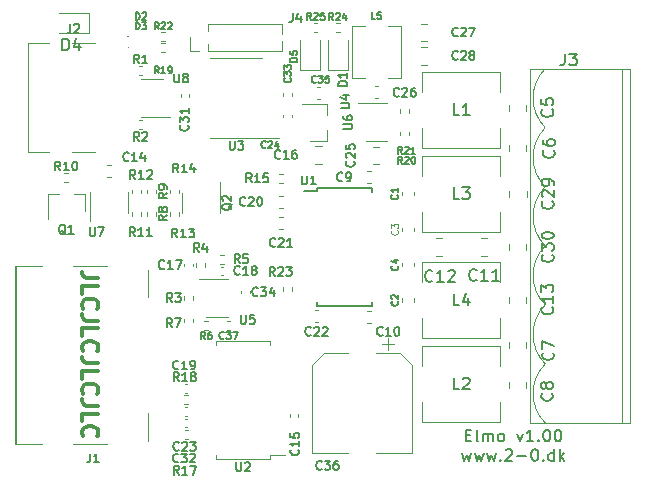
<source format=gbr>
%TF.GenerationSoftware,KiCad,Pcbnew,5.1.9-73d0e3b20d~88~ubuntu20.04.1*%
%TF.CreationDate,2021-04-24T16:50:53+02:00*%
%TF.ProjectId,elmo,656c6d6f-2e6b-4696-9361-645f70636258,v1.00*%
%TF.SameCoordinates,Original*%
%TF.FileFunction,Legend,Top*%
%TF.FilePolarity,Positive*%
%FSLAX46Y46*%
G04 Gerber Fmt 4.6, Leading zero omitted, Abs format (unit mm)*
G04 Created by KiCad (PCBNEW 5.1.9-73d0e3b20d~88~ubuntu20.04.1) date 2021-04-24 16:50:53*
%MOMM*%
%LPD*%
G01*
G04 APERTURE LIST*
%ADD10C,0.150000*%
%ADD11C,0.300000*%
%ADD12C,0.120000*%
%ADD13C,0.127000*%
%ADD14C,0.100000*%
%ADD15C,0.125000*%
G04 APERTURE END LIST*
D10*
X161076190Y-115943571D02*
X161409523Y-115943571D01*
X161552380Y-116467380D02*
X161076190Y-116467380D01*
X161076190Y-115467380D01*
X161552380Y-115467380D01*
X162123809Y-116467380D02*
X162028571Y-116419761D01*
X161980952Y-116324523D01*
X161980952Y-115467380D01*
X162504761Y-116467380D02*
X162504761Y-115800714D01*
X162504761Y-115895952D02*
X162552380Y-115848333D01*
X162647619Y-115800714D01*
X162790476Y-115800714D01*
X162885714Y-115848333D01*
X162933333Y-115943571D01*
X162933333Y-116467380D01*
X162933333Y-115943571D02*
X162980952Y-115848333D01*
X163076190Y-115800714D01*
X163219047Y-115800714D01*
X163314285Y-115848333D01*
X163361904Y-115943571D01*
X163361904Y-116467380D01*
X163980952Y-116467380D02*
X163885714Y-116419761D01*
X163838095Y-116372142D01*
X163790476Y-116276904D01*
X163790476Y-115991190D01*
X163838095Y-115895952D01*
X163885714Y-115848333D01*
X163980952Y-115800714D01*
X164123809Y-115800714D01*
X164219047Y-115848333D01*
X164266666Y-115895952D01*
X164314285Y-115991190D01*
X164314285Y-116276904D01*
X164266666Y-116372142D01*
X164219047Y-116419761D01*
X164123809Y-116467380D01*
X163980952Y-116467380D01*
X165409523Y-115800714D02*
X165647619Y-116467380D01*
X165885714Y-115800714D01*
X166790476Y-116467380D02*
X166219047Y-116467380D01*
X166504761Y-116467380D02*
X166504761Y-115467380D01*
X166409523Y-115610238D01*
X166314285Y-115705476D01*
X166219047Y-115753095D01*
X167219047Y-116372142D02*
X167266666Y-116419761D01*
X167219047Y-116467380D01*
X167171428Y-116419761D01*
X167219047Y-116372142D01*
X167219047Y-116467380D01*
X167885714Y-115467380D02*
X167980952Y-115467380D01*
X168076190Y-115515000D01*
X168123809Y-115562619D01*
X168171428Y-115657857D01*
X168219047Y-115848333D01*
X168219047Y-116086428D01*
X168171428Y-116276904D01*
X168123809Y-116372142D01*
X168076190Y-116419761D01*
X167980952Y-116467380D01*
X167885714Y-116467380D01*
X167790476Y-116419761D01*
X167742857Y-116372142D01*
X167695238Y-116276904D01*
X167647619Y-116086428D01*
X167647619Y-115848333D01*
X167695238Y-115657857D01*
X167742857Y-115562619D01*
X167790476Y-115515000D01*
X167885714Y-115467380D01*
X168838095Y-115467380D02*
X168933333Y-115467380D01*
X169028571Y-115515000D01*
X169076190Y-115562619D01*
X169123809Y-115657857D01*
X169171428Y-115848333D01*
X169171428Y-116086428D01*
X169123809Y-116276904D01*
X169076190Y-116372142D01*
X169028571Y-116419761D01*
X168933333Y-116467380D01*
X168838095Y-116467380D01*
X168742857Y-116419761D01*
X168695238Y-116372142D01*
X168647619Y-116276904D01*
X168600000Y-116086428D01*
X168600000Y-115848333D01*
X168647619Y-115657857D01*
X168695238Y-115562619D01*
X168742857Y-115515000D01*
X168838095Y-115467380D01*
X160766666Y-117450714D02*
X160957142Y-118117380D01*
X161147619Y-117641190D01*
X161338095Y-118117380D01*
X161528571Y-117450714D01*
X161814285Y-117450714D02*
X162004761Y-118117380D01*
X162195238Y-117641190D01*
X162385714Y-118117380D01*
X162576190Y-117450714D01*
X162861904Y-117450714D02*
X163052380Y-118117380D01*
X163242857Y-117641190D01*
X163433333Y-118117380D01*
X163623809Y-117450714D01*
X164004761Y-118022142D02*
X164052380Y-118069761D01*
X164004761Y-118117380D01*
X163957142Y-118069761D01*
X164004761Y-118022142D01*
X164004761Y-118117380D01*
X164433333Y-117212619D02*
X164480952Y-117165000D01*
X164576190Y-117117380D01*
X164814285Y-117117380D01*
X164909523Y-117165000D01*
X164957142Y-117212619D01*
X165004761Y-117307857D01*
X165004761Y-117403095D01*
X164957142Y-117545952D01*
X164385714Y-118117380D01*
X165004761Y-118117380D01*
X165433333Y-117736428D02*
X166195238Y-117736428D01*
X166861904Y-117117380D02*
X166957142Y-117117380D01*
X167052380Y-117165000D01*
X167100000Y-117212619D01*
X167147619Y-117307857D01*
X167195238Y-117498333D01*
X167195238Y-117736428D01*
X167147619Y-117926904D01*
X167100000Y-118022142D01*
X167052380Y-118069761D01*
X166957142Y-118117380D01*
X166861904Y-118117380D01*
X166766666Y-118069761D01*
X166719047Y-118022142D01*
X166671428Y-117926904D01*
X166623809Y-117736428D01*
X166623809Y-117498333D01*
X166671428Y-117307857D01*
X166719047Y-117212619D01*
X166766666Y-117165000D01*
X166861904Y-117117380D01*
X167623809Y-118022142D02*
X167671428Y-118069761D01*
X167623809Y-118117380D01*
X167576190Y-118069761D01*
X167623809Y-118022142D01*
X167623809Y-118117380D01*
X168528571Y-118117380D02*
X168528571Y-117117380D01*
X168528571Y-118069761D02*
X168433333Y-118117380D01*
X168242857Y-118117380D01*
X168147619Y-118069761D01*
X168100000Y-118022142D01*
X168052380Y-117926904D01*
X168052380Y-117641190D01*
X168100000Y-117545952D01*
X168147619Y-117498333D01*
X168242857Y-117450714D01*
X168433333Y-117450714D01*
X168528571Y-117498333D01*
X169004761Y-118117380D02*
X169004761Y-117117380D01*
X169100000Y-117736428D02*
X169385714Y-118117380D01*
X169385714Y-117450714D02*
X169004761Y-117831666D01*
D11*
X129966666Y-102633333D02*
X128966666Y-102633333D01*
X128766666Y-102566666D01*
X128633333Y-102433333D01*
X128566666Y-102233333D01*
X128566666Y-102100000D01*
X128566666Y-103966666D02*
X128566666Y-103300000D01*
X129966666Y-103300000D01*
X128700000Y-105233333D02*
X128633333Y-105166666D01*
X128566666Y-104966666D01*
X128566666Y-104833333D01*
X128633333Y-104633333D01*
X128766666Y-104500000D01*
X128900000Y-104433333D01*
X129166666Y-104366666D01*
X129366666Y-104366666D01*
X129633333Y-104433333D01*
X129766666Y-104500000D01*
X129900000Y-104633333D01*
X129966666Y-104833333D01*
X129966666Y-104966666D01*
X129900000Y-105166666D01*
X129833333Y-105233333D01*
X129966666Y-106233333D02*
X128966666Y-106233333D01*
X128766666Y-106166666D01*
X128633333Y-106033333D01*
X128566666Y-105833333D01*
X128566666Y-105700000D01*
X128566666Y-107566666D02*
X128566666Y-106900000D01*
X129966666Y-106900000D01*
X128700000Y-108833333D02*
X128633333Y-108766666D01*
X128566666Y-108566666D01*
X128566666Y-108433333D01*
X128633333Y-108233333D01*
X128766666Y-108100000D01*
X128900000Y-108033333D01*
X129166666Y-107966666D01*
X129366666Y-107966666D01*
X129633333Y-108033333D01*
X129766666Y-108100000D01*
X129900000Y-108233333D01*
X129966666Y-108433333D01*
X129966666Y-108566666D01*
X129900000Y-108766666D01*
X129833333Y-108833333D01*
X129966666Y-109833333D02*
X128966666Y-109833333D01*
X128766666Y-109766666D01*
X128633333Y-109633333D01*
X128566666Y-109433333D01*
X128566666Y-109300000D01*
X128566666Y-111166666D02*
X128566666Y-110500000D01*
X129966666Y-110500000D01*
X128700000Y-112433333D02*
X128633333Y-112366666D01*
X128566666Y-112166666D01*
X128566666Y-112033333D01*
X128633333Y-111833333D01*
X128766666Y-111700000D01*
X128900000Y-111633333D01*
X129166666Y-111566666D01*
X129366666Y-111566666D01*
X129633333Y-111633333D01*
X129766666Y-111700000D01*
X129900000Y-111833333D01*
X129966666Y-112033333D01*
X129966666Y-112166666D01*
X129900000Y-112366666D01*
X129833333Y-112433333D01*
X129966666Y-113433333D02*
X128966666Y-113433333D01*
X128766666Y-113366666D01*
X128633333Y-113233333D01*
X128566666Y-113033333D01*
X128566666Y-112900000D01*
X128566666Y-114766666D02*
X128566666Y-114100000D01*
X129966666Y-114100000D01*
X128700000Y-116033333D02*
X128633333Y-115966666D01*
X128566666Y-115766666D01*
X128566666Y-115633333D01*
X128633333Y-115433333D01*
X128766666Y-115300000D01*
X128900000Y-115233333D01*
X129166666Y-115166666D01*
X129366666Y-115166666D01*
X129633333Y-115233333D01*
X129766666Y-115300000D01*
X129900000Y-115433333D01*
X129966666Y-115633333D01*
X129966666Y-115766666D01*
X129900000Y-115966666D01*
X129833333Y-116033333D01*
D12*
%TO.C,J3*%
X174300000Y-84900000D02*
X174300000Y-114900000D01*
X166500000Y-84900000D02*
X175000000Y-84900000D01*
X166500000Y-114900000D02*
X166500000Y-84900000D01*
X175000000Y-114900000D02*
X166500000Y-114900000D01*
X175000000Y-84900000D02*
X175000000Y-114900000D01*
X167800002Y-109900000D02*
G75*
G02*
X167800002Y-104900000I2499998J2500000D01*
G01*
X167800001Y-114899999D02*
G75*
G02*
X167800001Y-109900001I2499999J2499999D01*
G01*
X167800002Y-89900000D02*
G75*
G02*
X167800001Y-84900001I2499998J2500000D01*
G01*
X167800002Y-94900000D02*
G75*
G02*
X167800001Y-89900001I2499998J2500000D01*
G01*
X167800001Y-99899999D02*
G75*
G02*
X167800001Y-94900001I2499999J2499999D01*
G01*
X167800001Y-104899999D02*
G75*
G02*
X167800001Y-99900001I2499999J2499999D01*
G01*
%TO.C,L5*%
X151400000Y-81300000D02*
X152500000Y-81300000D01*
X151400000Y-85700000D02*
X151400000Y-81300000D01*
X152500000Y-85700000D02*
X151400000Y-85700000D01*
X155600000Y-85700000D02*
X154500000Y-85700000D01*
X155600000Y-81300000D02*
X155600000Y-85700000D01*
X154500000Y-81300000D02*
X155600000Y-81300000D01*
D13*
%TO.C,J1*%
X123000000Y-116650000D02*
X123000000Y-101650000D01*
D12*
X123000000Y-116650000D02*
X125200000Y-116650000D01*
X127800000Y-116650000D02*
X130700000Y-116650000D01*
X123000000Y-101650000D02*
X125200000Y-101650000D01*
X127800000Y-101650000D02*
X130700000Y-101650000D01*
X134200000Y-116450000D02*
X134200000Y-114050000D01*
X134200000Y-101950000D02*
X134200000Y-104250000D01*
%TO.C,J2*%
X124035000Y-91930000D02*
X124035000Y-82770000D01*
X124035000Y-82770000D02*
X125740000Y-82770000D01*
X125740000Y-91930000D02*
X124035000Y-91930000D01*
X127750000Y-91930000D02*
X129670000Y-91930000D01*
X129670000Y-82770000D02*
X127750000Y-82770000D01*
%TO.C,R9*%
X134880000Y-95146359D02*
X134880000Y-95453641D01*
X134120000Y-95146359D02*
X134120000Y-95453641D01*
%TO.C,U6*%
X154400000Y-87840000D02*
X151950000Y-87840000D01*
X152600000Y-91060000D02*
X154400000Y-91060000D01*
%TO.C,C26*%
X153640580Y-87410000D02*
X153359420Y-87410000D01*
X153640580Y-86390000D02*
X153359420Y-86390000D01*
%TO.C,U4*%
X149360000Y-91030000D02*
X149360000Y-90100000D01*
X149360000Y-87870000D02*
X149360000Y-88800000D01*
X149360000Y-87870000D02*
X147200000Y-87870000D01*
X149360000Y-91030000D02*
X147900000Y-91030000D01*
%TO.C,C16*%
X148338748Y-92935000D02*
X148861252Y-92935000D01*
X148338748Y-91465000D02*
X148861252Y-91465000D01*
%TO.C,C28*%
X157278748Y-84555000D02*
X157801252Y-84555000D01*
X157278748Y-83085000D02*
X157801252Y-83085000D01*
%TO.C,R2*%
X133683641Y-89270000D02*
X133376359Y-89270000D01*
X133683641Y-90030000D02*
X133376359Y-90030000D01*
%TO.C,R10*%
X127066359Y-94460000D02*
X127373641Y-94460000D01*
X127066359Y-93700000D02*
X127373641Y-93700000D01*
%TO.C,C1*%
X155665000Y-95640580D02*
X155665000Y-95359420D01*
X156685000Y-95640580D02*
X156685000Y-95359420D01*
%TO.C,C2*%
X155665000Y-104359420D02*
X155665000Y-104640580D01*
X156685000Y-104359420D02*
X156685000Y-104640580D01*
%TO.C,C3*%
X156685000Y-98640580D02*
X156685000Y-98359420D01*
X155665000Y-98640580D02*
X155665000Y-98359420D01*
%TO.C,C4*%
X156685000Y-101359420D02*
X156685000Y-101640580D01*
X155665000Y-101359420D02*
X155665000Y-101640580D01*
%TO.C,C5*%
X166185000Y-87938748D02*
X166185000Y-88461252D01*
X164715000Y-87938748D02*
X164715000Y-88461252D01*
%TO.C,C6*%
X166185000Y-91901252D02*
X166185000Y-91378748D01*
X164715000Y-91901252D02*
X164715000Y-91378748D01*
%TO.C,C7*%
X166185000Y-108541252D02*
X166185000Y-108018748D01*
X164715000Y-108541252D02*
X164715000Y-108018748D01*
%TO.C,C8*%
X166185000Y-111458748D02*
X166185000Y-111981252D01*
X164715000Y-111458748D02*
X164715000Y-111981252D01*
%TO.C,U2*%
X142190000Y-107990000D02*
X139880000Y-107990000D01*
X139880000Y-107990000D02*
X139880000Y-108265000D01*
X142190000Y-107990000D02*
X144500000Y-107990000D01*
X144500000Y-107990000D02*
X144500000Y-108265000D01*
X142190000Y-117910000D02*
X139880000Y-117910000D01*
X139880000Y-117910000D02*
X139880000Y-117635000D01*
X142190000Y-117910000D02*
X144500000Y-117910000D01*
X144500000Y-117910000D02*
X144500000Y-117635000D01*
X144500000Y-117635000D02*
X145790000Y-117635000D01*
%TO.C,U3*%
X141640000Y-83965000D02*
X139440000Y-83965000D01*
X141640000Y-83965000D02*
X143840000Y-83965000D01*
X141640000Y-90735000D02*
X139440000Y-90735000D01*
X141640000Y-90735000D02*
X145240000Y-90735000D01*
%TO.C,C9*%
X153028080Y-93595000D02*
X152746920Y-93595000D01*
X153028080Y-94615000D02*
X152746920Y-94615000D01*
%TO.C,C10*%
X153028080Y-106405000D02*
X152746920Y-106405000D01*
X153028080Y-105385000D02*
X152746920Y-105385000D01*
%TO.C,C11*%
X162861252Y-99265000D02*
X162338748Y-99265000D01*
X162861252Y-100735000D02*
X162338748Y-100735000D01*
%TO.C,C12*%
X159061252Y-100735000D02*
X158538748Y-100735000D01*
X159061252Y-99265000D02*
X158538748Y-99265000D01*
%TO.C,Q2*%
X137020000Y-97100000D02*
X137020000Y-95400000D01*
X140220000Y-97100000D02*
X140220000Y-94500000D01*
%TO.C,U5*%
X139100000Y-105930000D02*
X140900000Y-105930000D01*
X140900000Y-102710000D02*
X138450000Y-102710000D01*
%TO.C,Q1*%
X128830000Y-95500000D02*
X127900000Y-95500000D01*
X125670000Y-95500000D02*
X126600000Y-95500000D01*
X125670000Y-95500000D02*
X125670000Y-97660000D01*
X128830000Y-95500000D02*
X128830000Y-96960000D01*
%TO.C,C17*%
X137960000Y-101412164D02*
X137960000Y-101627836D01*
X137240000Y-101412164D02*
X137240000Y-101627836D01*
%TO.C,C18*%
X140527836Y-101660000D02*
X140312164Y-101660000D01*
X140527836Y-102380000D02*
X140312164Y-102380000D01*
%TO.C,R1*%
X133683641Y-85430000D02*
X133376359Y-85430000D01*
X133683641Y-84670000D02*
X133376359Y-84670000D01*
%TO.C,R3*%
X137980000Y-104166359D02*
X137980000Y-104473641D01*
X137220000Y-104166359D02*
X137220000Y-104473641D01*
%TO.C,R4*%
X138980000Y-101673641D02*
X138980000Y-101366359D01*
X138220000Y-101673641D02*
X138220000Y-101366359D01*
%TO.C,R5*%
X140563641Y-101400000D02*
X140256359Y-101400000D01*
X140563641Y-100640000D02*
X140256359Y-100640000D01*
%TO.C,R6*%
X139243641Y-106260000D02*
X138936359Y-106260000D01*
X139243641Y-107020000D02*
X138936359Y-107020000D01*
%TO.C,R7*%
X137220000Y-106383641D02*
X137220000Y-106076359D01*
X137980000Y-106383641D02*
X137980000Y-106076359D01*
%TO.C,R8*%
X134120000Y-97046359D02*
X134120000Y-97353641D01*
X134880000Y-97046359D02*
X134880000Y-97353641D01*
%TO.C,R11*%
X133530000Y-97353641D02*
X133530000Y-97046359D01*
X132770000Y-97353641D02*
X132770000Y-97046359D01*
%TO.C,R12*%
X133530000Y-95146359D02*
X133530000Y-95453641D01*
X132770000Y-95146359D02*
X132770000Y-95453641D01*
%TO.C,R13*%
X136020000Y-97363641D02*
X136020000Y-97056359D01*
X136780000Y-97363641D02*
X136780000Y-97056359D01*
%TO.C,R14*%
X136020000Y-95156359D02*
X136020000Y-95463641D01*
X136780000Y-95156359D02*
X136780000Y-95463641D01*
%TO.C,C20*%
X145289420Y-96695000D02*
X145570580Y-96695000D01*
X145289420Y-95675000D02*
X145570580Y-95675000D01*
%TO.C,C21*%
X145289420Y-97450000D02*
X145570580Y-97450000D01*
X145289420Y-98470000D02*
X145570580Y-98470000D01*
%TO.C,C22*%
X148570580Y-106390000D02*
X148289420Y-106390000D01*
X148570580Y-105370000D02*
X148289420Y-105370000D01*
%TO.C,R17*%
X137256359Y-116255000D02*
X137563641Y-116255000D01*
X137256359Y-115495000D02*
X137563641Y-115495000D01*
%TO.C,R18*%
X137236359Y-112570000D02*
X137543641Y-112570000D01*
X137236359Y-113330000D02*
X137543641Y-113330000D01*
%TO.C,C19*%
X137497836Y-112335000D02*
X137282164Y-112335000D01*
X137497836Y-111615000D02*
X137282164Y-111615000D01*
%TO.C,C23*%
X137497836Y-113565000D02*
X137282164Y-113565000D01*
X137497836Y-114285000D02*
X137282164Y-114285000D01*
%TO.C,C25*%
X153228748Y-91535000D02*
X153751252Y-91535000D01*
X153228748Y-93005000D02*
X153751252Y-93005000D01*
%TO.C,D1*%
X149370000Y-85000000D02*
X149370000Y-82450000D01*
X151070000Y-85000000D02*
X151070000Y-82450000D01*
X149370000Y-85000000D02*
X151070000Y-85000000D01*
%TO.C,R20*%
X155530000Y-90553641D02*
X155530000Y-90246359D01*
X156290000Y-90553641D02*
X156290000Y-90246359D01*
%TO.C,R21*%
X156290000Y-88653641D02*
X156290000Y-88346359D01*
X155530000Y-88653641D02*
X155530000Y-88346359D01*
%TO.C,C13*%
X164715000Y-104238748D02*
X164715000Y-104761252D01*
X166185000Y-104238748D02*
X166185000Y-104761252D01*
%TO.C,C29*%
X164765000Y-95761252D02*
X164765000Y-95238748D01*
X166235000Y-95761252D02*
X166235000Y-95238748D01*
%TO.C,C30*%
X164715000Y-99738748D02*
X164715000Y-100261252D01*
X166185000Y-99738748D02*
X166185000Y-100261252D01*
%TO.C,C15*%
X146900000Y-114357836D02*
X146900000Y-114142164D01*
X146180000Y-114357836D02*
X146180000Y-114142164D01*
%TO.C,C31*%
X136930000Y-87302836D02*
X136930000Y-87087164D01*
X137650000Y-87302836D02*
X137650000Y-87087164D01*
%TO.C,C32*%
X137497836Y-114530000D02*
X137282164Y-114530000D01*
X137497836Y-115250000D02*
X137282164Y-115250000D01*
%TO.C,C33*%
X145615000Y-87182836D02*
X145615000Y-86967164D01*
X146335000Y-87182836D02*
X146335000Y-86967164D01*
%TO.C,C34*%
X142770000Y-103712164D02*
X142770000Y-103927836D01*
X142050000Y-103712164D02*
X142050000Y-103927836D01*
%TO.C,C27*%
X157278748Y-82565000D02*
X157801252Y-82565000D01*
X157278748Y-81095000D02*
X157801252Y-81095000D01*
%TO.C,U7*%
X129240000Y-95350000D02*
X129240000Y-97800000D01*
X132460000Y-97150000D02*
X132460000Y-95350000D01*
%TO.C,U8*%
X135400000Y-85740000D02*
X133600000Y-85740000D01*
X133600000Y-88960000D02*
X136050000Y-88960000D01*
%TO.C,C14*%
X130729420Y-93070000D02*
X131010580Y-93070000D01*
X130729420Y-94090000D02*
X131010580Y-94090000D01*
%TO.C,J4*%
X145510000Y-83370000D02*
X145510000Y-82567530D01*
X145510000Y-81952470D02*
X145510000Y-81150000D01*
X139225000Y-83370000D02*
X145510000Y-83370000D01*
X139225000Y-81150000D02*
X145510000Y-81150000D01*
X139225000Y-83370000D02*
X139225000Y-82823471D01*
X139225000Y-81696529D02*
X139225000Y-81150000D01*
X138465000Y-83370000D02*
X137705000Y-83370000D01*
X137705000Y-83370000D02*
X137705000Y-82260000D01*
%TO.C,C35*%
X148740580Y-86440000D02*
X148459420Y-86440000D01*
X148740580Y-87460000D02*
X148459420Y-87460000D01*
%TO.C,C24*%
X145615000Y-88817164D02*
X145615000Y-89032836D01*
X146335000Y-88817164D02*
X146335000Y-89032836D01*
%TO.C,C36*%
X154985000Y-108225000D02*
X153985000Y-108225000D01*
X154485000Y-107725000D02*
X154485000Y-108725000D01*
X149079437Y-108965000D02*
X148015000Y-110029437D01*
X155470563Y-108965000D02*
X156535000Y-110029437D01*
X155470563Y-108965000D02*
X153485000Y-108965000D01*
X149079437Y-108965000D02*
X151065000Y-108965000D01*
X148015000Y-110029437D02*
X148015000Y-117485000D01*
X156535000Y-110029437D02*
X156535000Y-117485000D01*
X156535000Y-117485000D02*
X153485000Y-117485000D01*
X148015000Y-117485000D02*
X151065000Y-117485000D01*
D14*
%TO.C,D2*%
X132510000Y-82150000D02*
G75*
G03*
X132510000Y-82150000I-50000J0D01*
G01*
%TO.C,D3*%
X132510000Y-83125000D02*
G75*
G03*
X132510000Y-83125000I-50000J0D01*
G01*
D12*
%TO.C,R19*%
X135603641Y-82530000D02*
X135296359Y-82530000D01*
X135603641Y-81770000D02*
X135296359Y-81770000D01*
%TO.C,R22*%
X135603641Y-83505000D02*
X135296359Y-83505000D01*
X135603641Y-82745000D02*
X135296359Y-82745000D01*
D10*
%TO.C,U1*%
X148475000Y-95250000D02*
X147400000Y-95250000D01*
X148475000Y-105025800D02*
X153125000Y-105025800D01*
X148475000Y-95025000D02*
X153125000Y-95025000D01*
X148475000Y-105025800D02*
X148475000Y-104700800D01*
X153125000Y-105025800D02*
X153125000Y-104700800D01*
X153125000Y-95025000D02*
X153125000Y-95350000D01*
X148475000Y-95025000D02*
X148475000Y-95250000D01*
D12*
%TO.C,L1*%
X164000000Y-89900000D02*
X164000000Y-91600000D01*
X164000000Y-91600000D02*
X157400000Y-91600000D01*
X157400000Y-91600000D02*
X157400000Y-89900000D01*
X157400000Y-86900000D02*
X157400000Y-85200000D01*
X157400000Y-85200000D02*
X164000000Y-85200000D01*
X164000000Y-85200000D02*
X164000000Y-86900000D01*
%TO.C,L2*%
X164000000Y-108400000D02*
X164000000Y-110100000D01*
X157400000Y-108400000D02*
X164000000Y-108400000D01*
X157400000Y-110100000D02*
X157400000Y-108400000D01*
X157400000Y-114800000D02*
X157400000Y-113100000D01*
X164000000Y-114800000D02*
X157400000Y-114800000D01*
X164000000Y-113100000D02*
X164000000Y-114800000D01*
%TO.C,L3*%
X164000000Y-92300000D02*
X164000000Y-94000000D01*
X157400000Y-92300000D02*
X164000000Y-92300000D01*
X157400000Y-94000000D02*
X157400000Y-92300000D01*
X157400000Y-98700000D02*
X157400000Y-97000000D01*
X164000000Y-98700000D02*
X157400000Y-98700000D01*
X164000000Y-97000000D02*
X164000000Y-98700000D01*
%TO.C,L4*%
X164000000Y-106000000D02*
X164000000Y-107700000D01*
X164000000Y-107700000D02*
X157400000Y-107700000D01*
X157400000Y-107700000D02*
X157400000Y-106000000D01*
X157400000Y-103000000D02*
X157400000Y-101300000D01*
X157400000Y-101300000D02*
X164000000Y-101300000D01*
X164000000Y-101300000D02*
X164000000Y-103000000D01*
%TO.C,R23*%
X145600000Y-103693641D02*
X145600000Y-103386359D01*
X146360000Y-103693641D02*
X146360000Y-103386359D01*
%TO.C,R24*%
X150393641Y-81760000D02*
X150086359Y-81760000D01*
X150393641Y-81000000D02*
X150086359Y-81000000D01*
%TO.C,R25*%
X148196359Y-81760000D02*
X148503641Y-81760000D01*
X148196359Y-81000000D02*
X148503641Y-81000000D01*
%TO.C,D4*%
X129150000Y-81910000D02*
X126600000Y-81910000D01*
X129150000Y-80210000D02*
X126600000Y-80210000D01*
X129150000Y-81910000D02*
X129150000Y-80210000D01*
%TO.C,D5*%
X147050000Y-85000000D02*
X148750000Y-85000000D01*
X148750000Y-85000000D02*
X148750000Y-82450000D01*
X147050000Y-85000000D02*
X147050000Y-82450000D01*
%TO.C,R15*%
X145583641Y-93810000D02*
X145276359Y-93810000D01*
X145583641Y-94570000D02*
X145276359Y-94570000D01*
%TO.C,C37*%
X141077836Y-107000000D02*
X140862164Y-107000000D01*
X141077836Y-106280000D02*
X140862164Y-106280000D01*
%TO.C,J3*%
D10*
X169466666Y-83627380D02*
X169466666Y-84341666D01*
X169419047Y-84484523D01*
X169323809Y-84579761D01*
X169180952Y-84627380D01*
X169085714Y-84627380D01*
X169847619Y-83627380D02*
X170466666Y-83627380D01*
X170133333Y-84008333D01*
X170276190Y-84008333D01*
X170371428Y-84055952D01*
X170419047Y-84103571D01*
X170466666Y-84198809D01*
X170466666Y-84436904D01*
X170419047Y-84532142D01*
X170371428Y-84579761D01*
X170276190Y-84627380D01*
X169990476Y-84627380D01*
X169895238Y-84579761D01*
X169847619Y-84532142D01*
%TO.C,L5*%
X153400000Y-80711428D02*
X153114285Y-80711428D01*
X153114285Y-80111428D01*
X153885714Y-80111428D02*
X153600000Y-80111428D01*
X153571428Y-80397142D01*
X153600000Y-80368571D01*
X153657142Y-80340000D01*
X153800000Y-80340000D01*
X153857142Y-80368571D01*
X153885714Y-80397142D01*
X153914285Y-80454285D01*
X153914285Y-80597142D01*
X153885714Y-80654285D01*
X153857142Y-80682857D01*
X153800000Y-80711428D01*
X153657142Y-80711428D01*
X153600000Y-80682857D01*
X153571428Y-80654285D01*
%TO.C,J1*%
X129250000Y-117489285D02*
X129250000Y-118025000D01*
X129214285Y-118132142D01*
X129142857Y-118203571D01*
X129035714Y-118239285D01*
X128964285Y-118239285D01*
X130000000Y-118239285D02*
X129571428Y-118239285D01*
X129785714Y-118239285D02*
X129785714Y-117489285D01*
X129714285Y-117596428D01*
X129642857Y-117667857D01*
X129571428Y-117703571D01*
%TO.C,J2*%
X127575000Y-81114285D02*
X127575000Y-81650000D01*
X127539285Y-81757142D01*
X127467857Y-81828571D01*
X127360714Y-81864285D01*
X127289285Y-81864285D01*
X127896428Y-81185714D02*
X127932142Y-81150000D01*
X128003571Y-81114285D01*
X128182142Y-81114285D01*
X128253571Y-81150000D01*
X128289285Y-81185714D01*
X128325000Y-81257142D01*
X128325000Y-81328571D01*
X128289285Y-81435714D01*
X127860714Y-81864285D01*
X128325000Y-81864285D01*
%TO.C,R9*%
X135814285Y-95425000D02*
X135457142Y-95675000D01*
X135814285Y-95853571D02*
X135064285Y-95853571D01*
X135064285Y-95567857D01*
X135100000Y-95496428D01*
X135135714Y-95460714D01*
X135207142Y-95425000D01*
X135314285Y-95425000D01*
X135385714Y-95460714D01*
X135421428Y-95496428D01*
X135457142Y-95567857D01*
X135457142Y-95853571D01*
X135814285Y-95067857D02*
X135814285Y-94925000D01*
X135778571Y-94853571D01*
X135742857Y-94817857D01*
X135635714Y-94746428D01*
X135492857Y-94710714D01*
X135207142Y-94710714D01*
X135135714Y-94746428D01*
X135100000Y-94782142D01*
X135064285Y-94853571D01*
X135064285Y-94996428D01*
X135100000Y-95067857D01*
X135135714Y-95103571D01*
X135207142Y-95139285D01*
X135385714Y-95139285D01*
X135457142Y-95103571D01*
X135492857Y-95067857D01*
X135528571Y-94996428D01*
X135528571Y-94853571D01*
X135492857Y-94782142D01*
X135457142Y-94746428D01*
X135385714Y-94710714D01*
%TO.C,U6*%
X150714285Y-90021428D02*
X151321428Y-90021428D01*
X151392857Y-89985714D01*
X151428571Y-89950000D01*
X151464285Y-89878571D01*
X151464285Y-89735714D01*
X151428571Y-89664285D01*
X151392857Y-89628571D01*
X151321428Y-89592857D01*
X150714285Y-89592857D01*
X150714285Y-88914285D02*
X150714285Y-89057142D01*
X150750000Y-89128571D01*
X150785714Y-89164285D01*
X150892857Y-89235714D01*
X151035714Y-89271428D01*
X151321428Y-89271428D01*
X151392857Y-89235714D01*
X151428571Y-89200000D01*
X151464285Y-89128571D01*
X151464285Y-88985714D01*
X151428571Y-88914285D01*
X151392857Y-88878571D01*
X151321428Y-88842857D01*
X151142857Y-88842857D01*
X151071428Y-88878571D01*
X151035714Y-88914285D01*
X151000000Y-88985714D01*
X151000000Y-89128571D01*
X151035714Y-89200000D01*
X151071428Y-89235714D01*
X151142857Y-89271428D01*
%TO.C,C26*%
X155417857Y-87192857D02*
X155382142Y-87228571D01*
X155275000Y-87264285D01*
X155203571Y-87264285D01*
X155096428Y-87228571D01*
X155025000Y-87157142D01*
X154989285Y-87085714D01*
X154953571Y-86942857D01*
X154953571Y-86835714D01*
X154989285Y-86692857D01*
X155025000Y-86621428D01*
X155096428Y-86550000D01*
X155203571Y-86514285D01*
X155275000Y-86514285D01*
X155382142Y-86550000D01*
X155417857Y-86585714D01*
X155703571Y-86585714D02*
X155739285Y-86550000D01*
X155810714Y-86514285D01*
X155989285Y-86514285D01*
X156060714Y-86550000D01*
X156096428Y-86585714D01*
X156132142Y-86657142D01*
X156132142Y-86728571D01*
X156096428Y-86835714D01*
X155667857Y-87264285D01*
X156132142Y-87264285D01*
X156775000Y-86514285D02*
X156632142Y-86514285D01*
X156560714Y-86550000D01*
X156525000Y-86585714D01*
X156453571Y-86692857D01*
X156417857Y-86835714D01*
X156417857Y-87121428D01*
X156453571Y-87192857D01*
X156489285Y-87228571D01*
X156560714Y-87264285D01*
X156703571Y-87264285D01*
X156775000Y-87228571D01*
X156810714Y-87192857D01*
X156846428Y-87121428D01*
X156846428Y-86942857D01*
X156810714Y-86871428D01*
X156775000Y-86835714D01*
X156703571Y-86800000D01*
X156560714Y-86800000D01*
X156489285Y-86835714D01*
X156453571Y-86871428D01*
X156417857Y-86942857D01*
%TO.C,U4*%
X150464285Y-88271428D02*
X151071428Y-88271428D01*
X151142857Y-88235714D01*
X151178571Y-88200000D01*
X151214285Y-88128571D01*
X151214285Y-87985714D01*
X151178571Y-87914285D01*
X151142857Y-87878571D01*
X151071428Y-87842857D01*
X150464285Y-87842857D01*
X150714285Y-87164285D02*
X151214285Y-87164285D01*
X150428571Y-87342857D02*
X150964285Y-87521428D01*
X150964285Y-87057142D01*
%TO.C,C16*%
X145357857Y-92457857D02*
X145322142Y-92493571D01*
X145215000Y-92529285D01*
X145143571Y-92529285D01*
X145036428Y-92493571D01*
X144965000Y-92422142D01*
X144929285Y-92350714D01*
X144893571Y-92207857D01*
X144893571Y-92100714D01*
X144929285Y-91957857D01*
X144965000Y-91886428D01*
X145036428Y-91815000D01*
X145143571Y-91779285D01*
X145215000Y-91779285D01*
X145322142Y-91815000D01*
X145357857Y-91850714D01*
X146072142Y-92529285D02*
X145643571Y-92529285D01*
X145857857Y-92529285D02*
X145857857Y-91779285D01*
X145786428Y-91886428D01*
X145715000Y-91957857D01*
X145643571Y-91993571D01*
X146715000Y-91779285D02*
X146572142Y-91779285D01*
X146500714Y-91815000D01*
X146465000Y-91850714D01*
X146393571Y-91957857D01*
X146357857Y-92100714D01*
X146357857Y-92386428D01*
X146393571Y-92457857D01*
X146429285Y-92493571D01*
X146500714Y-92529285D01*
X146643571Y-92529285D01*
X146715000Y-92493571D01*
X146750714Y-92457857D01*
X146786428Y-92386428D01*
X146786428Y-92207857D01*
X146750714Y-92136428D01*
X146715000Y-92100714D01*
X146643571Y-92065000D01*
X146500714Y-92065000D01*
X146429285Y-92100714D01*
X146393571Y-92136428D01*
X146357857Y-92207857D01*
%TO.C,C28*%
X160377857Y-84087857D02*
X160342142Y-84123571D01*
X160235000Y-84159285D01*
X160163571Y-84159285D01*
X160056428Y-84123571D01*
X159985000Y-84052142D01*
X159949285Y-83980714D01*
X159913571Y-83837857D01*
X159913571Y-83730714D01*
X159949285Y-83587857D01*
X159985000Y-83516428D01*
X160056428Y-83445000D01*
X160163571Y-83409285D01*
X160235000Y-83409285D01*
X160342142Y-83445000D01*
X160377857Y-83480714D01*
X160663571Y-83480714D02*
X160699285Y-83445000D01*
X160770714Y-83409285D01*
X160949285Y-83409285D01*
X161020714Y-83445000D01*
X161056428Y-83480714D01*
X161092142Y-83552142D01*
X161092142Y-83623571D01*
X161056428Y-83730714D01*
X160627857Y-84159285D01*
X161092142Y-84159285D01*
X161520714Y-83730714D02*
X161449285Y-83695000D01*
X161413571Y-83659285D01*
X161377857Y-83587857D01*
X161377857Y-83552142D01*
X161413571Y-83480714D01*
X161449285Y-83445000D01*
X161520714Y-83409285D01*
X161663571Y-83409285D01*
X161735000Y-83445000D01*
X161770714Y-83480714D01*
X161806428Y-83552142D01*
X161806428Y-83587857D01*
X161770714Y-83659285D01*
X161735000Y-83695000D01*
X161663571Y-83730714D01*
X161520714Y-83730714D01*
X161449285Y-83766428D01*
X161413571Y-83802142D01*
X161377857Y-83873571D01*
X161377857Y-84016428D01*
X161413571Y-84087857D01*
X161449285Y-84123571D01*
X161520714Y-84159285D01*
X161663571Y-84159285D01*
X161735000Y-84123571D01*
X161770714Y-84087857D01*
X161806428Y-84016428D01*
X161806428Y-83873571D01*
X161770714Y-83802142D01*
X161735000Y-83766428D01*
X161663571Y-83730714D01*
%TO.C,R2*%
X133400000Y-91014285D02*
X133150000Y-90657142D01*
X132971428Y-91014285D02*
X132971428Y-90264285D01*
X133257142Y-90264285D01*
X133328571Y-90300000D01*
X133364285Y-90335714D01*
X133400000Y-90407142D01*
X133400000Y-90514285D01*
X133364285Y-90585714D01*
X133328571Y-90621428D01*
X133257142Y-90657142D01*
X132971428Y-90657142D01*
X133685714Y-90335714D02*
X133721428Y-90300000D01*
X133792857Y-90264285D01*
X133971428Y-90264285D01*
X134042857Y-90300000D01*
X134078571Y-90335714D01*
X134114285Y-90407142D01*
X134114285Y-90478571D01*
X134078571Y-90585714D01*
X133650000Y-91014285D01*
X134114285Y-91014285D01*
%TO.C,R10*%
X126742857Y-93514285D02*
X126492857Y-93157142D01*
X126314285Y-93514285D02*
X126314285Y-92764285D01*
X126600000Y-92764285D01*
X126671428Y-92800000D01*
X126707142Y-92835714D01*
X126742857Y-92907142D01*
X126742857Y-93014285D01*
X126707142Y-93085714D01*
X126671428Y-93121428D01*
X126600000Y-93157142D01*
X126314285Y-93157142D01*
X127457142Y-93514285D02*
X127028571Y-93514285D01*
X127242857Y-93514285D02*
X127242857Y-92764285D01*
X127171428Y-92871428D01*
X127100000Y-92942857D01*
X127028571Y-92978571D01*
X127921428Y-92764285D02*
X127992857Y-92764285D01*
X128064285Y-92800000D01*
X128100000Y-92835714D01*
X128135714Y-92907142D01*
X128171428Y-93050000D01*
X128171428Y-93228571D01*
X128135714Y-93371428D01*
X128100000Y-93442857D01*
X128064285Y-93478571D01*
X127992857Y-93514285D01*
X127921428Y-93514285D01*
X127850000Y-93478571D01*
X127814285Y-93442857D01*
X127778571Y-93371428D01*
X127742857Y-93228571D01*
X127742857Y-93050000D01*
X127778571Y-92907142D01*
X127814285Y-92835714D01*
X127850000Y-92800000D01*
X127921428Y-92764285D01*
%TO.C,C1*%
X155284285Y-95600000D02*
X155312857Y-95628571D01*
X155341428Y-95714285D01*
X155341428Y-95771428D01*
X155312857Y-95857142D01*
X155255714Y-95914285D01*
X155198571Y-95942857D01*
X155084285Y-95971428D01*
X154998571Y-95971428D01*
X154884285Y-95942857D01*
X154827142Y-95914285D01*
X154770000Y-95857142D01*
X154741428Y-95771428D01*
X154741428Y-95714285D01*
X154770000Y-95628571D01*
X154798571Y-95600000D01*
X155341428Y-95028571D02*
X155341428Y-95371428D01*
X155341428Y-95200000D02*
X154741428Y-95200000D01*
X154827142Y-95257142D01*
X154884285Y-95314285D01*
X154912857Y-95371428D01*
%TO.C,C2*%
X155294285Y-104600000D02*
X155322857Y-104628571D01*
X155351428Y-104714285D01*
X155351428Y-104771428D01*
X155322857Y-104857142D01*
X155265714Y-104914285D01*
X155208571Y-104942857D01*
X155094285Y-104971428D01*
X155008571Y-104971428D01*
X154894285Y-104942857D01*
X154837142Y-104914285D01*
X154780000Y-104857142D01*
X154751428Y-104771428D01*
X154751428Y-104714285D01*
X154780000Y-104628571D01*
X154808571Y-104600000D01*
X154808571Y-104371428D02*
X154780000Y-104342857D01*
X154751428Y-104285714D01*
X154751428Y-104142857D01*
X154780000Y-104085714D01*
X154808571Y-104057142D01*
X154865714Y-104028571D01*
X154922857Y-104028571D01*
X155008571Y-104057142D01*
X155351428Y-104400000D01*
X155351428Y-104028571D01*
%TO.C,C3*%
D15*
X155284285Y-98600000D02*
X155312857Y-98628571D01*
X155341428Y-98714285D01*
X155341428Y-98771428D01*
X155312857Y-98857142D01*
X155255714Y-98914285D01*
X155198571Y-98942857D01*
X155084285Y-98971428D01*
X154998571Y-98971428D01*
X154884285Y-98942857D01*
X154827142Y-98914285D01*
X154770000Y-98857142D01*
X154741428Y-98771428D01*
X154741428Y-98714285D01*
X154770000Y-98628571D01*
X154798571Y-98600000D01*
X154741428Y-98400000D02*
X154741428Y-98028571D01*
X154970000Y-98228571D01*
X154970000Y-98142857D01*
X154998571Y-98085714D01*
X155027142Y-98057142D01*
X155084285Y-98028571D01*
X155227142Y-98028571D01*
X155284285Y-98057142D01*
X155312857Y-98085714D01*
X155341428Y-98142857D01*
X155341428Y-98314285D01*
X155312857Y-98371428D01*
X155284285Y-98400000D01*
%TO.C,C4*%
D10*
X155304285Y-101600000D02*
X155332857Y-101628571D01*
X155361428Y-101714285D01*
X155361428Y-101771428D01*
X155332857Y-101857142D01*
X155275714Y-101914285D01*
X155218571Y-101942857D01*
X155104285Y-101971428D01*
X155018571Y-101971428D01*
X154904285Y-101942857D01*
X154847142Y-101914285D01*
X154790000Y-101857142D01*
X154761428Y-101771428D01*
X154761428Y-101714285D01*
X154790000Y-101628571D01*
X154818571Y-101600000D01*
X154961428Y-101085714D02*
X155361428Y-101085714D01*
X154732857Y-101228571D02*
X155161428Y-101371428D01*
X155161428Y-101000000D01*
%TO.C,C5*%
X168377142Y-88356666D02*
X168424761Y-88404285D01*
X168472380Y-88547142D01*
X168472380Y-88642380D01*
X168424761Y-88785238D01*
X168329523Y-88880476D01*
X168234285Y-88928095D01*
X168043809Y-88975714D01*
X167900952Y-88975714D01*
X167710476Y-88928095D01*
X167615238Y-88880476D01*
X167520000Y-88785238D01*
X167472380Y-88642380D01*
X167472380Y-88547142D01*
X167520000Y-88404285D01*
X167567619Y-88356666D01*
X167472380Y-87451904D02*
X167472380Y-87928095D01*
X167948571Y-87975714D01*
X167900952Y-87928095D01*
X167853333Y-87832857D01*
X167853333Y-87594761D01*
X167900952Y-87499523D01*
X167948571Y-87451904D01*
X168043809Y-87404285D01*
X168281904Y-87404285D01*
X168377142Y-87451904D01*
X168424761Y-87499523D01*
X168472380Y-87594761D01*
X168472380Y-87832857D01*
X168424761Y-87928095D01*
X168377142Y-87975714D01*
%TO.C,C6*%
X168497142Y-91826666D02*
X168544761Y-91874285D01*
X168592380Y-92017142D01*
X168592380Y-92112380D01*
X168544761Y-92255238D01*
X168449523Y-92350476D01*
X168354285Y-92398095D01*
X168163809Y-92445714D01*
X168020952Y-92445714D01*
X167830476Y-92398095D01*
X167735238Y-92350476D01*
X167640000Y-92255238D01*
X167592380Y-92112380D01*
X167592380Y-92017142D01*
X167640000Y-91874285D01*
X167687619Y-91826666D01*
X167592380Y-90969523D02*
X167592380Y-91160000D01*
X167640000Y-91255238D01*
X167687619Y-91302857D01*
X167830476Y-91398095D01*
X168020952Y-91445714D01*
X168401904Y-91445714D01*
X168497142Y-91398095D01*
X168544761Y-91350476D01*
X168592380Y-91255238D01*
X168592380Y-91064761D01*
X168544761Y-90969523D01*
X168497142Y-90921904D01*
X168401904Y-90874285D01*
X168163809Y-90874285D01*
X168068571Y-90921904D01*
X168020952Y-90969523D01*
X167973333Y-91064761D01*
X167973333Y-91255238D01*
X168020952Y-91350476D01*
X168068571Y-91398095D01*
X168163809Y-91445714D01*
%TO.C,C7*%
X168427142Y-108946666D02*
X168474761Y-108994285D01*
X168522380Y-109137142D01*
X168522380Y-109232380D01*
X168474761Y-109375238D01*
X168379523Y-109470476D01*
X168284285Y-109518095D01*
X168093809Y-109565714D01*
X167950952Y-109565714D01*
X167760476Y-109518095D01*
X167665238Y-109470476D01*
X167570000Y-109375238D01*
X167522380Y-109232380D01*
X167522380Y-109137142D01*
X167570000Y-108994285D01*
X167617619Y-108946666D01*
X167522380Y-108613333D02*
X167522380Y-107946666D01*
X168522380Y-108375238D01*
%TO.C,C8*%
X168357142Y-112386666D02*
X168404761Y-112434285D01*
X168452380Y-112577142D01*
X168452380Y-112672380D01*
X168404761Y-112815238D01*
X168309523Y-112910476D01*
X168214285Y-112958095D01*
X168023809Y-113005714D01*
X167880952Y-113005714D01*
X167690476Y-112958095D01*
X167595238Y-112910476D01*
X167500000Y-112815238D01*
X167452380Y-112672380D01*
X167452380Y-112577142D01*
X167500000Y-112434285D01*
X167547619Y-112386666D01*
X167880952Y-111815238D02*
X167833333Y-111910476D01*
X167785714Y-111958095D01*
X167690476Y-112005714D01*
X167642857Y-112005714D01*
X167547619Y-111958095D01*
X167500000Y-111910476D01*
X167452380Y-111815238D01*
X167452380Y-111624761D01*
X167500000Y-111529523D01*
X167547619Y-111481904D01*
X167642857Y-111434285D01*
X167690476Y-111434285D01*
X167785714Y-111481904D01*
X167833333Y-111529523D01*
X167880952Y-111624761D01*
X167880952Y-111815238D01*
X167928571Y-111910476D01*
X167976190Y-111958095D01*
X168071428Y-112005714D01*
X168261904Y-112005714D01*
X168357142Y-111958095D01*
X168404761Y-111910476D01*
X168452380Y-111815238D01*
X168452380Y-111624761D01*
X168404761Y-111529523D01*
X168357142Y-111481904D01*
X168261904Y-111434285D01*
X168071428Y-111434285D01*
X167976190Y-111481904D01*
X167928571Y-111529523D01*
X167880952Y-111624761D01*
%TO.C,U2*%
X141628571Y-118214285D02*
X141628571Y-118821428D01*
X141664285Y-118892857D01*
X141700000Y-118928571D01*
X141771428Y-118964285D01*
X141914285Y-118964285D01*
X141985714Y-118928571D01*
X142021428Y-118892857D01*
X142057142Y-118821428D01*
X142057142Y-118214285D01*
X142378571Y-118285714D02*
X142414285Y-118250000D01*
X142485714Y-118214285D01*
X142664285Y-118214285D01*
X142735714Y-118250000D01*
X142771428Y-118285714D01*
X142807142Y-118357142D01*
X142807142Y-118428571D01*
X142771428Y-118535714D01*
X142342857Y-118964285D01*
X142807142Y-118964285D01*
%TO.C,U3*%
X141068571Y-91014285D02*
X141068571Y-91621428D01*
X141104285Y-91692857D01*
X141140000Y-91728571D01*
X141211428Y-91764285D01*
X141354285Y-91764285D01*
X141425714Y-91728571D01*
X141461428Y-91692857D01*
X141497142Y-91621428D01*
X141497142Y-91014285D01*
X141782857Y-91014285D02*
X142247142Y-91014285D01*
X141997142Y-91300000D01*
X142104285Y-91300000D01*
X142175714Y-91335714D01*
X142211428Y-91371428D01*
X142247142Y-91442857D01*
X142247142Y-91621428D01*
X142211428Y-91692857D01*
X142175714Y-91728571D01*
X142104285Y-91764285D01*
X141890000Y-91764285D01*
X141818571Y-91728571D01*
X141782857Y-91692857D01*
%TO.C,C9*%
X150625000Y-94372857D02*
X150589285Y-94408571D01*
X150482142Y-94444285D01*
X150410714Y-94444285D01*
X150303571Y-94408571D01*
X150232142Y-94337142D01*
X150196428Y-94265714D01*
X150160714Y-94122857D01*
X150160714Y-94015714D01*
X150196428Y-93872857D01*
X150232142Y-93801428D01*
X150303571Y-93730000D01*
X150410714Y-93694285D01*
X150482142Y-93694285D01*
X150589285Y-93730000D01*
X150625000Y-93765714D01*
X150982142Y-94444285D02*
X151125000Y-94444285D01*
X151196428Y-94408571D01*
X151232142Y-94372857D01*
X151303571Y-94265714D01*
X151339285Y-94122857D01*
X151339285Y-93837142D01*
X151303571Y-93765714D01*
X151267857Y-93730000D01*
X151196428Y-93694285D01*
X151053571Y-93694285D01*
X150982142Y-93730000D01*
X150946428Y-93765714D01*
X150910714Y-93837142D01*
X150910714Y-94015714D01*
X150946428Y-94087142D01*
X150982142Y-94122857D01*
X151053571Y-94158571D01*
X151196428Y-94158571D01*
X151267857Y-94122857D01*
X151303571Y-94087142D01*
X151339285Y-94015714D01*
%TO.C,C10*%
X154017857Y-107437857D02*
X153982142Y-107473571D01*
X153875000Y-107509285D01*
X153803571Y-107509285D01*
X153696428Y-107473571D01*
X153625000Y-107402142D01*
X153589285Y-107330714D01*
X153553571Y-107187857D01*
X153553571Y-107080714D01*
X153589285Y-106937857D01*
X153625000Y-106866428D01*
X153696428Y-106795000D01*
X153803571Y-106759285D01*
X153875000Y-106759285D01*
X153982142Y-106795000D01*
X154017857Y-106830714D01*
X154732142Y-107509285D02*
X154303571Y-107509285D01*
X154517857Y-107509285D02*
X154517857Y-106759285D01*
X154446428Y-106866428D01*
X154375000Y-106937857D01*
X154303571Y-106973571D01*
X155196428Y-106759285D02*
X155267857Y-106759285D01*
X155339285Y-106795000D01*
X155375000Y-106830714D01*
X155410714Y-106902142D01*
X155446428Y-107045000D01*
X155446428Y-107223571D01*
X155410714Y-107366428D01*
X155375000Y-107437857D01*
X155339285Y-107473571D01*
X155267857Y-107509285D01*
X155196428Y-107509285D01*
X155125000Y-107473571D01*
X155089285Y-107437857D01*
X155053571Y-107366428D01*
X155017857Y-107223571D01*
X155017857Y-107045000D01*
X155053571Y-106902142D01*
X155089285Y-106830714D01*
X155125000Y-106795000D01*
X155196428Y-106759285D01*
%TO.C,C11*%
X161977142Y-102777142D02*
X161929523Y-102824761D01*
X161786666Y-102872380D01*
X161691428Y-102872380D01*
X161548571Y-102824761D01*
X161453333Y-102729523D01*
X161405714Y-102634285D01*
X161358095Y-102443809D01*
X161358095Y-102300952D01*
X161405714Y-102110476D01*
X161453333Y-102015238D01*
X161548571Y-101920000D01*
X161691428Y-101872380D01*
X161786666Y-101872380D01*
X161929523Y-101920000D01*
X161977142Y-101967619D01*
X162929523Y-102872380D02*
X162358095Y-102872380D01*
X162643809Y-102872380D02*
X162643809Y-101872380D01*
X162548571Y-102015238D01*
X162453333Y-102110476D01*
X162358095Y-102158095D01*
X163881904Y-102872380D02*
X163310476Y-102872380D01*
X163596190Y-102872380D02*
X163596190Y-101872380D01*
X163500952Y-102015238D01*
X163405714Y-102110476D01*
X163310476Y-102158095D01*
%TO.C,C12*%
X158247142Y-102857142D02*
X158199523Y-102904761D01*
X158056666Y-102952380D01*
X157961428Y-102952380D01*
X157818571Y-102904761D01*
X157723333Y-102809523D01*
X157675714Y-102714285D01*
X157628095Y-102523809D01*
X157628095Y-102380952D01*
X157675714Y-102190476D01*
X157723333Y-102095238D01*
X157818571Y-102000000D01*
X157961428Y-101952380D01*
X158056666Y-101952380D01*
X158199523Y-102000000D01*
X158247142Y-102047619D01*
X159199523Y-102952380D02*
X158628095Y-102952380D01*
X158913809Y-102952380D02*
X158913809Y-101952380D01*
X158818571Y-102095238D01*
X158723333Y-102190476D01*
X158628095Y-102238095D01*
X159580476Y-102047619D02*
X159628095Y-102000000D01*
X159723333Y-101952380D01*
X159961428Y-101952380D01*
X160056666Y-102000000D01*
X160104285Y-102047619D01*
X160151904Y-102142857D01*
X160151904Y-102238095D01*
X160104285Y-102380952D01*
X159532857Y-102952380D01*
X160151904Y-102952380D01*
%TO.C,Q2*%
X141285714Y-96321428D02*
X141250000Y-96392857D01*
X141178571Y-96464285D01*
X141071428Y-96571428D01*
X141035714Y-96642857D01*
X141035714Y-96714285D01*
X141214285Y-96678571D02*
X141178571Y-96750000D01*
X141107142Y-96821428D01*
X140964285Y-96857142D01*
X140714285Y-96857142D01*
X140571428Y-96821428D01*
X140500000Y-96750000D01*
X140464285Y-96678571D01*
X140464285Y-96535714D01*
X140500000Y-96464285D01*
X140571428Y-96392857D01*
X140714285Y-96357142D01*
X140964285Y-96357142D01*
X141107142Y-96392857D01*
X141178571Y-96464285D01*
X141214285Y-96535714D01*
X141214285Y-96678571D01*
X140535714Y-96071428D02*
X140500000Y-96035714D01*
X140464285Y-95964285D01*
X140464285Y-95785714D01*
X140500000Y-95714285D01*
X140535714Y-95678571D01*
X140607142Y-95642857D01*
X140678571Y-95642857D01*
X140785714Y-95678571D01*
X141214285Y-96107142D01*
X141214285Y-95642857D01*
%TO.C,U5*%
X142018571Y-105769285D02*
X142018571Y-106376428D01*
X142054285Y-106447857D01*
X142090000Y-106483571D01*
X142161428Y-106519285D01*
X142304285Y-106519285D01*
X142375714Y-106483571D01*
X142411428Y-106447857D01*
X142447142Y-106376428D01*
X142447142Y-105769285D01*
X143161428Y-105769285D02*
X142804285Y-105769285D01*
X142768571Y-106126428D01*
X142804285Y-106090714D01*
X142875714Y-106055000D01*
X143054285Y-106055000D01*
X143125714Y-106090714D01*
X143161428Y-106126428D01*
X143197142Y-106197857D01*
X143197142Y-106376428D01*
X143161428Y-106447857D01*
X143125714Y-106483571D01*
X143054285Y-106519285D01*
X142875714Y-106519285D01*
X142804285Y-106483571D01*
X142768571Y-106447857D01*
%TO.C,Q1*%
X127178571Y-98935714D02*
X127107142Y-98900000D01*
X127035714Y-98828571D01*
X126928571Y-98721428D01*
X126857142Y-98685714D01*
X126785714Y-98685714D01*
X126821428Y-98864285D02*
X126750000Y-98828571D01*
X126678571Y-98757142D01*
X126642857Y-98614285D01*
X126642857Y-98364285D01*
X126678571Y-98221428D01*
X126750000Y-98150000D01*
X126821428Y-98114285D01*
X126964285Y-98114285D01*
X127035714Y-98150000D01*
X127107142Y-98221428D01*
X127142857Y-98364285D01*
X127142857Y-98614285D01*
X127107142Y-98757142D01*
X127035714Y-98828571D01*
X126964285Y-98864285D01*
X126821428Y-98864285D01*
X127857142Y-98864285D02*
X127428571Y-98864285D01*
X127642857Y-98864285D02*
X127642857Y-98114285D01*
X127571428Y-98221428D01*
X127500000Y-98292857D01*
X127428571Y-98328571D01*
%TO.C,C17*%
X135542857Y-101787857D02*
X135507142Y-101823571D01*
X135400000Y-101859285D01*
X135328571Y-101859285D01*
X135221428Y-101823571D01*
X135150000Y-101752142D01*
X135114285Y-101680714D01*
X135078571Y-101537857D01*
X135078571Y-101430714D01*
X135114285Y-101287857D01*
X135150000Y-101216428D01*
X135221428Y-101145000D01*
X135328571Y-101109285D01*
X135400000Y-101109285D01*
X135507142Y-101145000D01*
X135542857Y-101180714D01*
X136257142Y-101859285D02*
X135828571Y-101859285D01*
X136042857Y-101859285D02*
X136042857Y-101109285D01*
X135971428Y-101216428D01*
X135900000Y-101287857D01*
X135828571Y-101323571D01*
X136507142Y-101109285D02*
X137007142Y-101109285D01*
X136685714Y-101859285D01*
%TO.C,C18*%
X141942857Y-102292857D02*
X141907142Y-102328571D01*
X141800000Y-102364285D01*
X141728571Y-102364285D01*
X141621428Y-102328571D01*
X141550000Y-102257142D01*
X141514285Y-102185714D01*
X141478571Y-102042857D01*
X141478571Y-101935714D01*
X141514285Y-101792857D01*
X141550000Y-101721428D01*
X141621428Y-101650000D01*
X141728571Y-101614285D01*
X141800000Y-101614285D01*
X141907142Y-101650000D01*
X141942857Y-101685714D01*
X142657142Y-102364285D02*
X142228571Y-102364285D01*
X142442857Y-102364285D02*
X142442857Y-101614285D01*
X142371428Y-101721428D01*
X142300000Y-101792857D01*
X142228571Y-101828571D01*
X143085714Y-101935714D02*
X143014285Y-101900000D01*
X142978571Y-101864285D01*
X142942857Y-101792857D01*
X142942857Y-101757142D01*
X142978571Y-101685714D01*
X143014285Y-101650000D01*
X143085714Y-101614285D01*
X143228571Y-101614285D01*
X143300000Y-101650000D01*
X143335714Y-101685714D01*
X143371428Y-101757142D01*
X143371428Y-101792857D01*
X143335714Y-101864285D01*
X143300000Y-101900000D01*
X143228571Y-101935714D01*
X143085714Y-101935714D01*
X143014285Y-101971428D01*
X142978571Y-102007142D01*
X142942857Y-102078571D01*
X142942857Y-102221428D01*
X142978571Y-102292857D01*
X143014285Y-102328571D01*
X143085714Y-102364285D01*
X143228571Y-102364285D01*
X143300000Y-102328571D01*
X143335714Y-102292857D01*
X143371428Y-102221428D01*
X143371428Y-102078571D01*
X143335714Y-102007142D01*
X143300000Y-101971428D01*
X143228571Y-101935714D01*
%TO.C,R1*%
X133405000Y-84464285D02*
X133155000Y-84107142D01*
X132976428Y-84464285D02*
X132976428Y-83714285D01*
X133262142Y-83714285D01*
X133333571Y-83750000D01*
X133369285Y-83785714D01*
X133405000Y-83857142D01*
X133405000Y-83964285D01*
X133369285Y-84035714D01*
X133333571Y-84071428D01*
X133262142Y-84107142D01*
X132976428Y-84107142D01*
X134119285Y-84464285D02*
X133690714Y-84464285D01*
X133905000Y-84464285D02*
X133905000Y-83714285D01*
X133833571Y-83821428D01*
X133762142Y-83892857D01*
X133690714Y-83928571D01*
%TO.C,R3*%
X136225000Y-104659285D02*
X135975000Y-104302142D01*
X135796428Y-104659285D02*
X135796428Y-103909285D01*
X136082142Y-103909285D01*
X136153571Y-103945000D01*
X136189285Y-103980714D01*
X136225000Y-104052142D01*
X136225000Y-104159285D01*
X136189285Y-104230714D01*
X136153571Y-104266428D01*
X136082142Y-104302142D01*
X135796428Y-104302142D01*
X136475000Y-103909285D02*
X136939285Y-103909285D01*
X136689285Y-104195000D01*
X136796428Y-104195000D01*
X136867857Y-104230714D01*
X136903571Y-104266428D01*
X136939285Y-104337857D01*
X136939285Y-104516428D01*
X136903571Y-104587857D01*
X136867857Y-104623571D01*
X136796428Y-104659285D01*
X136582142Y-104659285D01*
X136510714Y-104623571D01*
X136475000Y-104587857D01*
%TO.C,R4*%
X138475000Y-100414285D02*
X138225000Y-100057142D01*
X138046428Y-100414285D02*
X138046428Y-99664285D01*
X138332142Y-99664285D01*
X138403571Y-99700000D01*
X138439285Y-99735714D01*
X138475000Y-99807142D01*
X138475000Y-99914285D01*
X138439285Y-99985714D01*
X138403571Y-100021428D01*
X138332142Y-100057142D01*
X138046428Y-100057142D01*
X139117857Y-99914285D02*
X139117857Y-100414285D01*
X138939285Y-99628571D02*
X138760714Y-100164285D01*
X139225000Y-100164285D01*
%TO.C,R5*%
X141925000Y-101364285D02*
X141675000Y-101007142D01*
X141496428Y-101364285D02*
X141496428Y-100614285D01*
X141782142Y-100614285D01*
X141853571Y-100650000D01*
X141889285Y-100685714D01*
X141925000Y-100757142D01*
X141925000Y-100864285D01*
X141889285Y-100935714D01*
X141853571Y-100971428D01*
X141782142Y-101007142D01*
X141496428Y-101007142D01*
X142603571Y-100614285D02*
X142246428Y-100614285D01*
X142210714Y-100971428D01*
X142246428Y-100935714D01*
X142317857Y-100900000D01*
X142496428Y-100900000D01*
X142567857Y-100935714D01*
X142603571Y-100971428D01*
X142639285Y-101042857D01*
X142639285Y-101221428D01*
X142603571Y-101292857D01*
X142567857Y-101328571D01*
X142496428Y-101364285D01*
X142317857Y-101364285D01*
X142246428Y-101328571D01*
X142210714Y-101292857D01*
%TO.C,R6*%
X138990000Y-107791428D02*
X138790000Y-107505714D01*
X138647142Y-107791428D02*
X138647142Y-107191428D01*
X138875714Y-107191428D01*
X138932857Y-107220000D01*
X138961428Y-107248571D01*
X138990000Y-107305714D01*
X138990000Y-107391428D01*
X138961428Y-107448571D01*
X138932857Y-107477142D01*
X138875714Y-107505714D01*
X138647142Y-107505714D01*
X139504285Y-107191428D02*
X139390000Y-107191428D01*
X139332857Y-107220000D01*
X139304285Y-107248571D01*
X139247142Y-107334285D01*
X139218571Y-107448571D01*
X139218571Y-107677142D01*
X139247142Y-107734285D01*
X139275714Y-107762857D01*
X139332857Y-107791428D01*
X139447142Y-107791428D01*
X139504285Y-107762857D01*
X139532857Y-107734285D01*
X139561428Y-107677142D01*
X139561428Y-107534285D01*
X139532857Y-107477142D01*
X139504285Y-107448571D01*
X139447142Y-107420000D01*
X139332857Y-107420000D01*
X139275714Y-107448571D01*
X139247142Y-107477142D01*
X139218571Y-107534285D01*
%TO.C,R7*%
X136200000Y-106789285D02*
X135950000Y-106432142D01*
X135771428Y-106789285D02*
X135771428Y-106039285D01*
X136057142Y-106039285D01*
X136128571Y-106075000D01*
X136164285Y-106110714D01*
X136200000Y-106182142D01*
X136200000Y-106289285D01*
X136164285Y-106360714D01*
X136128571Y-106396428D01*
X136057142Y-106432142D01*
X135771428Y-106432142D01*
X136450000Y-106039285D02*
X136950000Y-106039285D01*
X136628571Y-106789285D01*
%TO.C,R8*%
X135814285Y-97325000D02*
X135457142Y-97575000D01*
X135814285Y-97753571D02*
X135064285Y-97753571D01*
X135064285Y-97467857D01*
X135100000Y-97396428D01*
X135135714Y-97360714D01*
X135207142Y-97325000D01*
X135314285Y-97325000D01*
X135385714Y-97360714D01*
X135421428Y-97396428D01*
X135457142Y-97467857D01*
X135457142Y-97753571D01*
X135385714Y-96896428D02*
X135350000Y-96967857D01*
X135314285Y-97003571D01*
X135242857Y-97039285D01*
X135207142Y-97039285D01*
X135135714Y-97003571D01*
X135100000Y-96967857D01*
X135064285Y-96896428D01*
X135064285Y-96753571D01*
X135100000Y-96682142D01*
X135135714Y-96646428D01*
X135207142Y-96610714D01*
X135242857Y-96610714D01*
X135314285Y-96646428D01*
X135350000Y-96682142D01*
X135385714Y-96753571D01*
X135385714Y-96896428D01*
X135421428Y-96967857D01*
X135457142Y-97003571D01*
X135528571Y-97039285D01*
X135671428Y-97039285D01*
X135742857Y-97003571D01*
X135778571Y-96967857D01*
X135814285Y-96896428D01*
X135814285Y-96753571D01*
X135778571Y-96682142D01*
X135742857Y-96646428D01*
X135671428Y-96610714D01*
X135528571Y-96610714D01*
X135457142Y-96646428D01*
X135421428Y-96682142D01*
X135385714Y-96753571D01*
%TO.C,R11*%
X133067857Y-99089285D02*
X132817857Y-98732142D01*
X132639285Y-99089285D02*
X132639285Y-98339285D01*
X132925000Y-98339285D01*
X132996428Y-98375000D01*
X133032142Y-98410714D01*
X133067857Y-98482142D01*
X133067857Y-98589285D01*
X133032142Y-98660714D01*
X132996428Y-98696428D01*
X132925000Y-98732142D01*
X132639285Y-98732142D01*
X133782142Y-99089285D02*
X133353571Y-99089285D01*
X133567857Y-99089285D02*
X133567857Y-98339285D01*
X133496428Y-98446428D01*
X133425000Y-98517857D01*
X133353571Y-98553571D01*
X134496428Y-99089285D02*
X134067857Y-99089285D01*
X134282142Y-99089285D02*
X134282142Y-98339285D01*
X134210714Y-98446428D01*
X134139285Y-98517857D01*
X134067857Y-98553571D01*
%TO.C,R12*%
X133092857Y-94239285D02*
X132842857Y-93882142D01*
X132664285Y-94239285D02*
X132664285Y-93489285D01*
X132950000Y-93489285D01*
X133021428Y-93525000D01*
X133057142Y-93560714D01*
X133092857Y-93632142D01*
X133092857Y-93739285D01*
X133057142Y-93810714D01*
X133021428Y-93846428D01*
X132950000Y-93882142D01*
X132664285Y-93882142D01*
X133807142Y-94239285D02*
X133378571Y-94239285D01*
X133592857Y-94239285D02*
X133592857Y-93489285D01*
X133521428Y-93596428D01*
X133450000Y-93667857D01*
X133378571Y-93703571D01*
X134092857Y-93560714D02*
X134128571Y-93525000D01*
X134200000Y-93489285D01*
X134378571Y-93489285D01*
X134450000Y-93525000D01*
X134485714Y-93560714D01*
X134521428Y-93632142D01*
X134521428Y-93703571D01*
X134485714Y-93810714D01*
X134057142Y-94239285D01*
X134521428Y-94239285D01*
%TO.C,R13*%
X136642857Y-99189285D02*
X136392857Y-98832142D01*
X136214285Y-99189285D02*
X136214285Y-98439285D01*
X136500000Y-98439285D01*
X136571428Y-98475000D01*
X136607142Y-98510714D01*
X136642857Y-98582142D01*
X136642857Y-98689285D01*
X136607142Y-98760714D01*
X136571428Y-98796428D01*
X136500000Y-98832142D01*
X136214285Y-98832142D01*
X137357142Y-99189285D02*
X136928571Y-99189285D01*
X137142857Y-99189285D02*
X137142857Y-98439285D01*
X137071428Y-98546428D01*
X137000000Y-98617857D01*
X136928571Y-98653571D01*
X137607142Y-98439285D02*
X138071428Y-98439285D01*
X137821428Y-98725000D01*
X137928571Y-98725000D01*
X138000000Y-98760714D01*
X138035714Y-98796428D01*
X138071428Y-98867857D01*
X138071428Y-99046428D01*
X138035714Y-99117857D01*
X138000000Y-99153571D01*
X137928571Y-99189285D01*
X137714285Y-99189285D01*
X137642857Y-99153571D01*
X137607142Y-99117857D01*
%TO.C,R14*%
X136742857Y-93689285D02*
X136492857Y-93332142D01*
X136314285Y-93689285D02*
X136314285Y-92939285D01*
X136600000Y-92939285D01*
X136671428Y-92975000D01*
X136707142Y-93010714D01*
X136742857Y-93082142D01*
X136742857Y-93189285D01*
X136707142Y-93260714D01*
X136671428Y-93296428D01*
X136600000Y-93332142D01*
X136314285Y-93332142D01*
X137457142Y-93689285D02*
X137028571Y-93689285D01*
X137242857Y-93689285D02*
X137242857Y-92939285D01*
X137171428Y-93046428D01*
X137100000Y-93117857D01*
X137028571Y-93153571D01*
X138100000Y-93189285D02*
X138100000Y-93689285D01*
X137921428Y-92903571D02*
X137742857Y-93439285D01*
X138207142Y-93439285D01*
%TO.C,C20*%
X142407857Y-96447857D02*
X142372142Y-96483571D01*
X142265000Y-96519285D01*
X142193571Y-96519285D01*
X142086428Y-96483571D01*
X142015000Y-96412142D01*
X141979285Y-96340714D01*
X141943571Y-96197857D01*
X141943571Y-96090714D01*
X141979285Y-95947857D01*
X142015000Y-95876428D01*
X142086428Y-95805000D01*
X142193571Y-95769285D01*
X142265000Y-95769285D01*
X142372142Y-95805000D01*
X142407857Y-95840714D01*
X142693571Y-95840714D02*
X142729285Y-95805000D01*
X142800714Y-95769285D01*
X142979285Y-95769285D01*
X143050714Y-95805000D01*
X143086428Y-95840714D01*
X143122142Y-95912142D01*
X143122142Y-95983571D01*
X143086428Y-96090714D01*
X142657857Y-96519285D01*
X143122142Y-96519285D01*
X143586428Y-95769285D02*
X143657857Y-95769285D01*
X143729285Y-95805000D01*
X143765000Y-95840714D01*
X143800714Y-95912142D01*
X143836428Y-96055000D01*
X143836428Y-96233571D01*
X143800714Y-96376428D01*
X143765000Y-96447857D01*
X143729285Y-96483571D01*
X143657857Y-96519285D01*
X143586428Y-96519285D01*
X143515000Y-96483571D01*
X143479285Y-96447857D01*
X143443571Y-96376428D01*
X143407857Y-96233571D01*
X143407857Y-96055000D01*
X143443571Y-95912142D01*
X143479285Y-95840714D01*
X143515000Y-95805000D01*
X143586428Y-95769285D01*
%TO.C,C21*%
X144942857Y-99917857D02*
X144907142Y-99953571D01*
X144800000Y-99989285D01*
X144728571Y-99989285D01*
X144621428Y-99953571D01*
X144550000Y-99882142D01*
X144514285Y-99810714D01*
X144478571Y-99667857D01*
X144478571Y-99560714D01*
X144514285Y-99417857D01*
X144550000Y-99346428D01*
X144621428Y-99275000D01*
X144728571Y-99239285D01*
X144800000Y-99239285D01*
X144907142Y-99275000D01*
X144942857Y-99310714D01*
X145228571Y-99310714D02*
X145264285Y-99275000D01*
X145335714Y-99239285D01*
X145514285Y-99239285D01*
X145585714Y-99275000D01*
X145621428Y-99310714D01*
X145657142Y-99382142D01*
X145657142Y-99453571D01*
X145621428Y-99560714D01*
X145192857Y-99989285D01*
X145657142Y-99989285D01*
X146371428Y-99989285D02*
X145942857Y-99989285D01*
X146157142Y-99989285D02*
X146157142Y-99239285D01*
X146085714Y-99346428D01*
X146014285Y-99417857D01*
X145942857Y-99453571D01*
%TO.C,C22*%
X147942857Y-107442857D02*
X147907142Y-107478571D01*
X147800000Y-107514285D01*
X147728571Y-107514285D01*
X147621428Y-107478571D01*
X147550000Y-107407142D01*
X147514285Y-107335714D01*
X147478571Y-107192857D01*
X147478571Y-107085714D01*
X147514285Y-106942857D01*
X147550000Y-106871428D01*
X147621428Y-106800000D01*
X147728571Y-106764285D01*
X147800000Y-106764285D01*
X147907142Y-106800000D01*
X147942857Y-106835714D01*
X148228571Y-106835714D02*
X148264285Y-106800000D01*
X148335714Y-106764285D01*
X148514285Y-106764285D01*
X148585714Y-106800000D01*
X148621428Y-106835714D01*
X148657142Y-106907142D01*
X148657142Y-106978571D01*
X148621428Y-107085714D01*
X148192857Y-107514285D01*
X148657142Y-107514285D01*
X148942857Y-106835714D02*
X148978571Y-106800000D01*
X149050000Y-106764285D01*
X149228571Y-106764285D01*
X149300000Y-106800000D01*
X149335714Y-106835714D01*
X149371428Y-106907142D01*
X149371428Y-106978571D01*
X149335714Y-107085714D01*
X148907142Y-107514285D01*
X149371428Y-107514285D01*
%TO.C,R17*%
X136792857Y-119264285D02*
X136542857Y-118907142D01*
X136364285Y-119264285D02*
X136364285Y-118514285D01*
X136650000Y-118514285D01*
X136721428Y-118550000D01*
X136757142Y-118585714D01*
X136792857Y-118657142D01*
X136792857Y-118764285D01*
X136757142Y-118835714D01*
X136721428Y-118871428D01*
X136650000Y-118907142D01*
X136364285Y-118907142D01*
X137507142Y-119264285D02*
X137078571Y-119264285D01*
X137292857Y-119264285D02*
X137292857Y-118514285D01*
X137221428Y-118621428D01*
X137150000Y-118692857D01*
X137078571Y-118728571D01*
X137757142Y-118514285D02*
X138257142Y-118514285D01*
X137935714Y-119264285D01*
%TO.C,R18*%
X136767857Y-111364285D02*
X136517857Y-111007142D01*
X136339285Y-111364285D02*
X136339285Y-110614285D01*
X136625000Y-110614285D01*
X136696428Y-110650000D01*
X136732142Y-110685714D01*
X136767857Y-110757142D01*
X136767857Y-110864285D01*
X136732142Y-110935714D01*
X136696428Y-110971428D01*
X136625000Y-111007142D01*
X136339285Y-111007142D01*
X137482142Y-111364285D02*
X137053571Y-111364285D01*
X137267857Y-111364285D02*
X137267857Y-110614285D01*
X137196428Y-110721428D01*
X137125000Y-110792857D01*
X137053571Y-110828571D01*
X137910714Y-110935714D02*
X137839285Y-110900000D01*
X137803571Y-110864285D01*
X137767857Y-110792857D01*
X137767857Y-110757142D01*
X137803571Y-110685714D01*
X137839285Y-110650000D01*
X137910714Y-110614285D01*
X138053571Y-110614285D01*
X138125000Y-110650000D01*
X138160714Y-110685714D01*
X138196428Y-110757142D01*
X138196428Y-110792857D01*
X138160714Y-110864285D01*
X138125000Y-110900000D01*
X138053571Y-110935714D01*
X137910714Y-110935714D01*
X137839285Y-110971428D01*
X137803571Y-111007142D01*
X137767857Y-111078571D01*
X137767857Y-111221428D01*
X137803571Y-111292857D01*
X137839285Y-111328571D01*
X137910714Y-111364285D01*
X138053571Y-111364285D01*
X138125000Y-111328571D01*
X138160714Y-111292857D01*
X138196428Y-111221428D01*
X138196428Y-111078571D01*
X138160714Y-111007142D01*
X138125000Y-110971428D01*
X138053571Y-110935714D01*
%TO.C,C19*%
X136742857Y-110292857D02*
X136707142Y-110328571D01*
X136600000Y-110364285D01*
X136528571Y-110364285D01*
X136421428Y-110328571D01*
X136350000Y-110257142D01*
X136314285Y-110185714D01*
X136278571Y-110042857D01*
X136278571Y-109935714D01*
X136314285Y-109792857D01*
X136350000Y-109721428D01*
X136421428Y-109650000D01*
X136528571Y-109614285D01*
X136600000Y-109614285D01*
X136707142Y-109650000D01*
X136742857Y-109685714D01*
X137457142Y-110364285D02*
X137028571Y-110364285D01*
X137242857Y-110364285D02*
X137242857Y-109614285D01*
X137171428Y-109721428D01*
X137100000Y-109792857D01*
X137028571Y-109828571D01*
X137814285Y-110364285D02*
X137957142Y-110364285D01*
X138028571Y-110328571D01*
X138064285Y-110292857D01*
X138135714Y-110185714D01*
X138171428Y-110042857D01*
X138171428Y-109757142D01*
X138135714Y-109685714D01*
X138100000Y-109650000D01*
X138028571Y-109614285D01*
X137885714Y-109614285D01*
X137814285Y-109650000D01*
X137778571Y-109685714D01*
X137742857Y-109757142D01*
X137742857Y-109935714D01*
X137778571Y-110007142D01*
X137814285Y-110042857D01*
X137885714Y-110078571D01*
X138028571Y-110078571D01*
X138100000Y-110042857D01*
X138135714Y-110007142D01*
X138171428Y-109935714D01*
%TO.C,C23*%
X136767857Y-117167857D02*
X136732142Y-117203571D01*
X136625000Y-117239285D01*
X136553571Y-117239285D01*
X136446428Y-117203571D01*
X136375000Y-117132142D01*
X136339285Y-117060714D01*
X136303571Y-116917857D01*
X136303571Y-116810714D01*
X136339285Y-116667857D01*
X136375000Y-116596428D01*
X136446428Y-116525000D01*
X136553571Y-116489285D01*
X136625000Y-116489285D01*
X136732142Y-116525000D01*
X136767857Y-116560714D01*
X137053571Y-116560714D02*
X137089285Y-116525000D01*
X137160714Y-116489285D01*
X137339285Y-116489285D01*
X137410714Y-116525000D01*
X137446428Y-116560714D01*
X137482142Y-116632142D01*
X137482142Y-116703571D01*
X137446428Y-116810714D01*
X137017857Y-117239285D01*
X137482142Y-117239285D01*
X137732142Y-116489285D02*
X138196428Y-116489285D01*
X137946428Y-116775000D01*
X138053571Y-116775000D01*
X138125000Y-116810714D01*
X138160714Y-116846428D01*
X138196428Y-116917857D01*
X138196428Y-117096428D01*
X138160714Y-117167857D01*
X138125000Y-117203571D01*
X138053571Y-117239285D01*
X137839285Y-117239285D01*
X137767857Y-117203571D01*
X137732142Y-117167857D01*
%TO.C,C25*%
X151592857Y-92732142D02*
X151628571Y-92767857D01*
X151664285Y-92875000D01*
X151664285Y-92946428D01*
X151628571Y-93053571D01*
X151557142Y-93125000D01*
X151485714Y-93160714D01*
X151342857Y-93196428D01*
X151235714Y-93196428D01*
X151092857Y-93160714D01*
X151021428Y-93125000D01*
X150950000Y-93053571D01*
X150914285Y-92946428D01*
X150914285Y-92875000D01*
X150950000Y-92767857D01*
X150985714Y-92732142D01*
X150985714Y-92446428D02*
X150950000Y-92410714D01*
X150914285Y-92339285D01*
X150914285Y-92160714D01*
X150950000Y-92089285D01*
X150985714Y-92053571D01*
X151057142Y-92017857D01*
X151128571Y-92017857D01*
X151235714Y-92053571D01*
X151664285Y-92482142D01*
X151664285Y-92017857D01*
X150914285Y-91339285D02*
X150914285Y-91696428D01*
X151271428Y-91732142D01*
X151235714Y-91696428D01*
X151200000Y-91625000D01*
X151200000Y-91446428D01*
X151235714Y-91375000D01*
X151271428Y-91339285D01*
X151342857Y-91303571D01*
X151521428Y-91303571D01*
X151592857Y-91339285D01*
X151628571Y-91375000D01*
X151664285Y-91446428D01*
X151664285Y-91625000D01*
X151628571Y-91696428D01*
X151592857Y-91732142D01*
%TO.C,D1*%
X151009285Y-86373571D02*
X150259285Y-86373571D01*
X150259285Y-86195000D01*
X150295000Y-86087857D01*
X150366428Y-86016428D01*
X150437857Y-85980714D01*
X150580714Y-85945000D01*
X150687857Y-85945000D01*
X150830714Y-85980714D01*
X150902142Y-86016428D01*
X150973571Y-86087857D01*
X151009285Y-86195000D01*
X151009285Y-86373571D01*
X151009285Y-85230714D02*
X151009285Y-85659285D01*
X151009285Y-85445000D02*
X150259285Y-85445000D01*
X150366428Y-85516428D01*
X150437857Y-85587857D01*
X150473571Y-85659285D01*
%TO.C,R20*%
X155664285Y-92946428D02*
X155464285Y-92660714D01*
X155321428Y-92946428D02*
X155321428Y-92346428D01*
X155550000Y-92346428D01*
X155607142Y-92375000D01*
X155635714Y-92403571D01*
X155664285Y-92460714D01*
X155664285Y-92546428D01*
X155635714Y-92603571D01*
X155607142Y-92632142D01*
X155550000Y-92660714D01*
X155321428Y-92660714D01*
X155892857Y-92403571D02*
X155921428Y-92375000D01*
X155978571Y-92346428D01*
X156121428Y-92346428D01*
X156178571Y-92375000D01*
X156207142Y-92403571D01*
X156235714Y-92460714D01*
X156235714Y-92517857D01*
X156207142Y-92603571D01*
X155864285Y-92946428D01*
X156235714Y-92946428D01*
X156607142Y-92346428D02*
X156664285Y-92346428D01*
X156721428Y-92375000D01*
X156750000Y-92403571D01*
X156778571Y-92460714D01*
X156807142Y-92575000D01*
X156807142Y-92717857D01*
X156778571Y-92832142D01*
X156750000Y-92889285D01*
X156721428Y-92917857D01*
X156664285Y-92946428D01*
X156607142Y-92946428D01*
X156550000Y-92917857D01*
X156521428Y-92889285D01*
X156492857Y-92832142D01*
X156464285Y-92717857D01*
X156464285Y-92575000D01*
X156492857Y-92460714D01*
X156521428Y-92403571D01*
X156550000Y-92375000D01*
X156607142Y-92346428D01*
%TO.C,R21*%
X155664285Y-92096428D02*
X155464285Y-91810714D01*
X155321428Y-92096428D02*
X155321428Y-91496428D01*
X155550000Y-91496428D01*
X155607142Y-91525000D01*
X155635714Y-91553571D01*
X155664285Y-91610714D01*
X155664285Y-91696428D01*
X155635714Y-91753571D01*
X155607142Y-91782142D01*
X155550000Y-91810714D01*
X155321428Y-91810714D01*
X155892857Y-91553571D02*
X155921428Y-91525000D01*
X155978571Y-91496428D01*
X156121428Y-91496428D01*
X156178571Y-91525000D01*
X156207142Y-91553571D01*
X156235714Y-91610714D01*
X156235714Y-91667857D01*
X156207142Y-91753571D01*
X155864285Y-92096428D01*
X156235714Y-92096428D01*
X156807142Y-92096428D02*
X156464285Y-92096428D01*
X156635714Y-92096428D02*
X156635714Y-91496428D01*
X156578571Y-91582142D01*
X156521428Y-91639285D01*
X156464285Y-91667857D01*
%TO.C,C13*%
X168377142Y-105082857D02*
X168424761Y-105130476D01*
X168472380Y-105273333D01*
X168472380Y-105368571D01*
X168424761Y-105511428D01*
X168329523Y-105606666D01*
X168234285Y-105654285D01*
X168043809Y-105701904D01*
X167900952Y-105701904D01*
X167710476Y-105654285D01*
X167615238Y-105606666D01*
X167520000Y-105511428D01*
X167472380Y-105368571D01*
X167472380Y-105273333D01*
X167520000Y-105130476D01*
X167567619Y-105082857D01*
X168472380Y-104130476D02*
X168472380Y-104701904D01*
X168472380Y-104416190D02*
X167472380Y-104416190D01*
X167615238Y-104511428D01*
X167710476Y-104606666D01*
X167758095Y-104701904D01*
X167472380Y-103797142D02*
X167472380Y-103178095D01*
X167853333Y-103511428D01*
X167853333Y-103368571D01*
X167900952Y-103273333D01*
X167948571Y-103225714D01*
X168043809Y-103178095D01*
X168281904Y-103178095D01*
X168377142Y-103225714D01*
X168424761Y-103273333D01*
X168472380Y-103368571D01*
X168472380Y-103654285D01*
X168424761Y-103749523D01*
X168377142Y-103797142D01*
%TO.C,C29*%
X168407142Y-96142857D02*
X168454761Y-96190476D01*
X168502380Y-96333333D01*
X168502380Y-96428571D01*
X168454761Y-96571428D01*
X168359523Y-96666666D01*
X168264285Y-96714285D01*
X168073809Y-96761904D01*
X167930952Y-96761904D01*
X167740476Y-96714285D01*
X167645238Y-96666666D01*
X167550000Y-96571428D01*
X167502380Y-96428571D01*
X167502380Y-96333333D01*
X167550000Y-96190476D01*
X167597619Y-96142857D01*
X167597619Y-95761904D02*
X167550000Y-95714285D01*
X167502380Y-95619047D01*
X167502380Y-95380952D01*
X167550000Y-95285714D01*
X167597619Y-95238095D01*
X167692857Y-95190476D01*
X167788095Y-95190476D01*
X167930952Y-95238095D01*
X168502380Y-95809523D01*
X168502380Y-95190476D01*
X168502380Y-94714285D02*
X168502380Y-94523809D01*
X168454761Y-94428571D01*
X168407142Y-94380952D01*
X168264285Y-94285714D01*
X168073809Y-94238095D01*
X167692857Y-94238095D01*
X167597619Y-94285714D01*
X167550000Y-94333333D01*
X167502380Y-94428571D01*
X167502380Y-94619047D01*
X167550000Y-94714285D01*
X167597619Y-94761904D01*
X167692857Y-94809523D01*
X167930952Y-94809523D01*
X168026190Y-94761904D01*
X168073809Y-94714285D01*
X168121428Y-94619047D01*
X168121428Y-94428571D01*
X168073809Y-94333333D01*
X168026190Y-94285714D01*
X167930952Y-94238095D01*
%TO.C,C30*%
X168407142Y-100642857D02*
X168454761Y-100690476D01*
X168502380Y-100833333D01*
X168502380Y-100928571D01*
X168454761Y-101071428D01*
X168359523Y-101166666D01*
X168264285Y-101214285D01*
X168073809Y-101261904D01*
X167930952Y-101261904D01*
X167740476Y-101214285D01*
X167645238Y-101166666D01*
X167550000Y-101071428D01*
X167502380Y-100928571D01*
X167502380Y-100833333D01*
X167550000Y-100690476D01*
X167597619Y-100642857D01*
X167502380Y-100309523D02*
X167502380Y-99690476D01*
X167883333Y-100023809D01*
X167883333Y-99880952D01*
X167930952Y-99785714D01*
X167978571Y-99738095D01*
X168073809Y-99690476D01*
X168311904Y-99690476D01*
X168407142Y-99738095D01*
X168454761Y-99785714D01*
X168502380Y-99880952D01*
X168502380Y-100166666D01*
X168454761Y-100261904D01*
X168407142Y-100309523D01*
X167502380Y-99071428D02*
X167502380Y-98976190D01*
X167550000Y-98880952D01*
X167597619Y-98833333D01*
X167692857Y-98785714D01*
X167883333Y-98738095D01*
X168121428Y-98738095D01*
X168311904Y-98785714D01*
X168407142Y-98833333D01*
X168454761Y-98880952D01*
X168502380Y-98976190D01*
X168502380Y-99071428D01*
X168454761Y-99166666D01*
X168407142Y-99214285D01*
X168311904Y-99261904D01*
X168121428Y-99309523D01*
X167883333Y-99309523D01*
X167692857Y-99261904D01*
X167597619Y-99214285D01*
X167550000Y-99166666D01*
X167502380Y-99071428D01*
%TO.C,C15*%
X146892857Y-117157142D02*
X146928571Y-117192857D01*
X146964285Y-117300000D01*
X146964285Y-117371428D01*
X146928571Y-117478571D01*
X146857142Y-117550000D01*
X146785714Y-117585714D01*
X146642857Y-117621428D01*
X146535714Y-117621428D01*
X146392857Y-117585714D01*
X146321428Y-117550000D01*
X146250000Y-117478571D01*
X146214285Y-117371428D01*
X146214285Y-117300000D01*
X146250000Y-117192857D01*
X146285714Y-117157142D01*
X146964285Y-116442857D02*
X146964285Y-116871428D01*
X146964285Y-116657142D02*
X146214285Y-116657142D01*
X146321428Y-116728571D01*
X146392857Y-116800000D01*
X146428571Y-116871428D01*
X146214285Y-115764285D02*
X146214285Y-116121428D01*
X146571428Y-116157142D01*
X146535714Y-116121428D01*
X146500000Y-116050000D01*
X146500000Y-115871428D01*
X146535714Y-115800000D01*
X146571428Y-115764285D01*
X146642857Y-115728571D01*
X146821428Y-115728571D01*
X146892857Y-115764285D01*
X146928571Y-115800000D01*
X146964285Y-115871428D01*
X146964285Y-116050000D01*
X146928571Y-116121428D01*
X146892857Y-116157142D01*
%TO.C,C31*%
X137542857Y-89682142D02*
X137578571Y-89717857D01*
X137614285Y-89825000D01*
X137614285Y-89896428D01*
X137578571Y-90003571D01*
X137507142Y-90075000D01*
X137435714Y-90110714D01*
X137292857Y-90146428D01*
X137185714Y-90146428D01*
X137042857Y-90110714D01*
X136971428Y-90075000D01*
X136900000Y-90003571D01*
X136864285Y-89896428D01*
X136864285Y-89825000D01*
X136900000Y-89717857D01*
X136935714Y-89682142D01*
X136864285Y-89432142D02*
X136864285Y-88967857D01*
X137150000Y-89217857D01*
X137150000Y-89110714D01*
X137185714Y-89039285D01*
X137221428Y-89003571D01*
X137292857Y-88967857D01*
X137471428Y-88967857D01*
X137542857Y-89003571D01*
X137578571Y-89039285D01*
X137614285Y-89110714D01*
X137614285Y-89325000D01*
X137578571Y-89396428D01*
X137542857Y-89432142D01*
X137614285Y-88253571D02*
X137614285Y-88682142D01*
X137614285Y-88467857D02*
X136864285Y-88467857D01*
X136971428Y-88539285D01*
X137042857Y-88610714D01*
X137078571Y-88682142D01*
%TO.C,C32*%
X136742857Y-118167857D02*
X136707142Y-118203571D01*
X136600000Y-118239285D01*
X136528571Y-118239285D01*
X136421428Y-118203571D01*
X136350000Y-118132142D01*
X136314285Y-118060714D01*
X136278571Y-117917857D01*
X136278571Y-117810714D01*
X136314285Y-117667857D01*
X136350000Y-117596428D01*
X136421428Y-117525000D01*
X136528571Y-117489285D01*
X136600000Y-117489285D01*
X136707142Y-117525000D01*
X136742857Y-117560714D01*
X136992857Y-117489285D02*
X137457142Y-117489285D01*
X137207142Y-117775000D01*
X137314285Y-117775000D01*
X137385714Y-117810714D01*
X137421428Y-117846428D01*
X137457142Y-117917857D01*
X137457142Y-118096428D01*
X137421428Y-118167857D01*
X137385714Y-118203571D01*
X137314285Y-118239285D01*
X137100000Y-118239285D01*
X137028571Y-118203571D01*
X136992857Y-118167857D01*
X137742857Y-117560714D02*
X137778571Y-117525000D01*
X137850000Y-117489285D01*
X138028571Y-117489285D01*
X138100000Y-117525000D01*
X138135714Y-117560714D01*
X138171428Y-117632142D01*
X138171428Y-117703571D01*
X138135714Y-117810714D01*
X137707142Y-118239285D01*
X138171428Y-118239285D01*
%TO.C,C33*%
X146224285Y-85695714D02*
X146252857Y-85724285D01*
X146281428Y-85810000D01*
X146281428Y-85867142D01*
X146252857Y-85952857D01*
X146195714Y-86010000D01*
X146138571Y-86038571D01*
X146024285Y-86067142D01*
X145938571Y-86067142D01*
X145824285Y-86038571D01*
X145767142Y-86010000D01*
X145710000Y-85952857D01*
X145681428Y-85867142D01*
X145681428Y-85810000D01*
X145710000Y-85724285D01*
X145738571Y-85695714D01*
X145681428Y-85495714D02*
X145681428Y-85124285D01*
X145910000Y-85324285D01*
X145910000Y-85238571D01*
X145938571Y-85181428D01*
X145967142Y-85152857D01*
X146024285Y-85124285D01*
X146167142Y-85124285D01*
X146224285Y-85152857D01*
X146252857Y-85181428D01*
X146281428Y-85238571D01*
X146281428Y-85410000D01*
X146252857Y-85467142D01*
X146224285Y-85495714D01*
X145681428Y-84924285D02*
X145681428Y-84552857D01*
X145910000Y-84752857D01*
X145910000Y-84667142D01*
X145938571Y-84610000D01*
X145967142Y-84581428D01*
X146024285Y-84552857D01*
X146167142Y-84552857D01*
X146224285Y-84581428D01*
X146252857Y-84610000D01*
X146281428Y-84667142D01*
X146281428Y-84838571D01*
X146252857Y-84895714D01*
X146224285Y-84924285D01*
%TO.C,C34*%
X143467857Y-104087857D02*
X143432142Y-104123571D01*
X143325000Y-104159285D01*
X143253571Y-104159285D01*
X143146428Y-104123571D01*
X143075000Y-104052142D01*
X143039285Y-103980714D01*
X143003571Y-103837857D01*
X143003571Y-103730714D01*
X143039285Y-103587857D01*
X143075000Y-103516428D01*
X143146428Y-103445000D01*
X143253571Y-103409285D01*
X143325000Y-103409285D01*
X143432142Y-103445000D01*
X143467857Y-103480714D01*
X143717857Y-103409285D02*
X144182142Y-103409285D01*
X143932142Y-103695000D01*
X144039285Y-103695000D01*
X144110714Y-103730714D01*
X144146428Y-103766428D01*
X144182142Y-103837857D01*
X144182142Y-104016428D01*
X144146428Y-104087857D01*
X144110714Y-104123571D01*
X144039285Y-104159285D01*
X143825000Y-104159285D01*
X143753571Y-104123571D01*
X143717857Y-104087857D01*
X144825000Y-103659285D02*
X144825000Y-104159285D01*
X144646428Y-103373571D02*
X144467857Y-103909285D01*
X144932142Y-103909285D01*
%TO.C,C27*%
X160377857Y-82097857D02*
X160342142Y-82133571D01*
X160235000Y-82169285D01*
X160163571Y-82169285D01*
X160056428Y-82133571D01*
X159985000Y-82062142D01*
X159949285Y-81990714D01*
X159913571Y-81847857D01*
X159913571Y-81740714D01*
X159949285Y-81597857D01*
X159985000Y-81526428D01*
X160056428Y-81455000D01*
X160163571Y-81419285D01*
X160235000Y-81419285D01*
X160342142Y-81455000D01*
X160377857Y-81490714D01*
X160663571Y-81490714D02*
X160699285Y-81455000D01*
X160770714Y-81419285D01*
X160949285Y-81419285D01*
X161020714Y-81455000D01*
X161056428Y-81490714D01*
X161092142Y-81562142D01*
X161092142Y-81633571D01*
X161056428Y-81740714D01*
X160627857Y-82169285D01*
X161092142Y-82169285D01*
X161342142Y-81419285D02*
X161842142Y-81419285D01*
X161520714Y-82169285D01*
%TO.C,U7*%
X129228571Y-98339285D02*
X129228571Y-98946428D01*
X129264285Y-99017857D01*
X129300000Y-99053571D01*
X129371428Y-99089285D01*
X129514285Y-99089285D01*
X129585714Y-99053571D01*
X129621428Y-99017857D01*
X129657142Y-98946428D01*
X129657142Y-98339285D01*
X129942857Y-98339285D02*
X130442857Y-98339285D01*
X130121428Y-99089285D01*
%TO.C,U8*%
X136378571Y-85314285D02*
X136378571Y-85921428D01*
X136414285Y-85992857D01*
X136450000Y-86028571D01*
X136521428Y-86064285D01*
X136664285Y-86064285D01*
X136735714Y-86028571D01*
X136771428Y-85992857D01*
X136807142Y-85921428D01*
X136807142Y-85314285D01*
X137271428Y-85635714D02*
X137200000Y-85600000D01*
X137164285Y-85564285D01*
X137128571Y-85492857D01*
X137128571Y-85457142D01*
X137164285Y-85385714D01*
X137200000Y-85350000D01*
X137271428Y-85314285D01*
X137414285Y-85314285D01*
X137485714Y-85350000D01*
X137521428Y-85385714D01*
X137557142Y-85457142D01*
X137557142Y-85492857D01*
X137521428Y-85564285D01*
X137485714Y-85600000D01*
X137414285Y-85635714D01*
X137271428Y-85635714D01*
X137200000Y-85671428D01*
X137164285Y-85707142D01*
X137128571Y-85778571D01*
X137128571Y-85921428D01*
X137164285Y-85992857D01*
X137200000Y-86028571D01*
X137271428Y-86064285D01*
X137414285Y-86064285D01*
X137485714Y-86028571D01*
X137521428Y-85992857D01*
X137557142Y-85921428D01*
X137557142Y-85778571D01*
X137521428Y-85707142D01*
X137485714Y-85671428D01*
X137414285Y-85635714D01*
%TO.C,C14*%
X132517857Y-92667857D02*
X132482142Y-92703571D01*
X132375000Y-92739285D01*
X132303571Y-92739285D01*
X132196428Y-92703571D01*
X132125000Y-92632142D01*
X132089285Y-92560714D01*
X132053571Y-92417857D01*
X132053571Y-92310714D01*
X132089285Y-92167857D01*
X132125000Y-92096428D01*
X132196428Y-92025000D01*
X132303571Y-91989285D01*
X132375000Y-91989285D01*
X132482142Y-92025000D01*
X132517857Y-92060714D01*
X133232142Y-92739285D02*
X132803571Y-92739285D01*
X133017857Y-92739285D02*
X133017857Y-91989285D01*
X132946428Y-92096428D01*
X132875000Y-92167857D01*
X132803571Y-92203571D01*
X133875000Y-92239285D02*
X133875000Y-92739285D01*
X133696428Y-91953571D02*
X133517857Y-92489285D01*
X133982142Y-92489285D01*
%TO.C,J4*%
X146400000Y-80229285D02*
X146400000Y-80765000D01*
X146364285Y-80872142D01*
X146292857Y-80943571D01*
X146185714Y-80979285D01*
X146114285Y-80979285D01*
X147078571Y-80479285D02*
X147078571Y-80979285D01*
X146900000Y-80193571D02*
X146721428Y-80729285D01*
X147185714Y-80729285D01*
%TO.C,C35*%
X148384285Y-86044285D02*
X148355714Y-86072857D01*
X148270000Y-86101428D01*
X148212857Y-86101428D01*
X148127142Y-86072857D01*
X148070000Y-86015714D01*
X148041428Y-85958571D01*
X148012857Y-85844285D01*
X148012857Y-85758571D01*
X148041428Y-85644285D01*
X148070000Y-85587142D01*
X148127142Y-85530000D01*
X148212857Y-85501428D01*
X148270000Y-85501428D01*
X148355714Y-85530000D01*
X148384285Y-85558571D01*
X148584285Y-85501428D02*
X148955714Y-85501428D01*
X148755714Y-85730000D01*
X148841428Y-85730000D01*
X148898571Y-85758571D01*
X148927142Y-85787142D01*
X148955714Y-85844285D01*
X148955714Y-85987142D01*
X148927142Y-86044285D01*
X148898571Y-86072857D01*
X148841428Y-86101428D01*
X148670000Y-86101428D01*
X148612857Y-86072857D01*
X148584285Y-86044285D01*
X149498571Y-85501428D02*
X149212857Y-85501428D01*
X149184285Y-85787142D01*
X149212857Y-85758571D01*
X149270000Y-85730000D01*
X149412857Y-85730000D01*
X149470000Y-85758571D01*
X149498571Y-85787142D01*
X149527142Y-85844285D01*
X149527142Y-85987142D01*
X149498571Y-86044285D01*
X149470000Y-86072857D01*
X149412857Y-86101428D01*
X149270000Y-86101428D01*
X149212857Y-86072857D01*
X149184285Y-86044285D01*
%TO.C,C24*%
X144124285Y-91564285D02*
X144095714Y-91592857D01*
X144010000Y-91621428D01*
X143952857Y-91621428D01*
X143867142Y-91592857D01*
X143810000Y-91535714D01*
X143781428Y-91478571D01*
X143752857Y-91364285D01*
X143752857Y-91278571D01*
X143781428Y-91164285D01*
X143810000Y-91107142D01*
X143867142Y-91050000D01*
X143952857Y-91021428D01*
X144010000Y-91021428D01*
X144095714Y-91050000D01*
X144124285Y-91078571D01*
X144352857Y-91078571D02*
X144381428Y-91050000D01*
X144438571Y-91021428D01*
X144581428Y-91021428D01*
X144638571Y-91050000D01*
X144667142Y-91078571D01*
X144695714Y-91135714D01*
X144695714Y-91192857D01*
X144667142Y-91278571D01*
X144324285Y-91621428D01*
X144695714Y-91621428D01*
X145210000Y-91221428D02*
X145210000Y-91621428D01*
X145067142Y-90992857D02*
X144924285Y-91421428D01*
X145295714Y-91421428D01*
%TO.C,C36*%
X148867857Y-118792857D02*
X148832142Y-118828571D01*
X148725000Y-118864285D01*
X148653571Y-118864285D01*
X148546428Y-118828571D01*
X148475000Y-118757142D01*
X148439285Y-118685714D01*
X148403571Y-118542857D01*
X148403571Y-118435714D01*
X148439285Y-118292857D01*
X148475000Y-118221428D01*
X148546428Y-118150000D01*
X148653571Y-118114285D01*
X148725000Y-118114285D01*
X148832142Y-118150000D01*
X148867857Y-118185714D01*
X149117857Y-118114285D02*
X149582142Y-118114285D01*
X149332142Y-118400000D01*
X149439285Y-118400000D01*
X149510714Y-118435714D01*
X149546428Y-118471428D01*
X149582142Y-118542857D01*
X149582142Y-118721428D01*
X149546428Y-118792857D01*
X149510714Y-118828571D01*
X149439285Y-118864285D01*
X149225000Y-118864285D01*
X149153571Y-118828571D01*
X149117857Y-118792857D01*
X150225000Y-118114285D02*
X150082142Y-118114285D01*
X150010714Y-118150000D01*
X149975000Y-118185714D01*
X149903571Y-118292857D01*
X149867857Y-118435714D01*
X149867857Y-118721428D01*
X149903571Y-118792857D01*
X149939285Y-118828571D01*
X150010714Y-118864285D01*
X150153571Y-118864285D01*
X150225000Y-118828571D01*
X150260714Y-118792857D01*
X150296428Y-118721428D01*
X150296428Y-118542857D01*
X150260714Y-118471428D01*
X150225000Y-118435714D01*
X150153571Y-118400000D01*
X150010714Y-118400000D01*
X149939285Y-118435714D01*
X149903571Y-118471428D01*
X149867857Y-118542857D01*
%TO.C,D2*%
X133107142Y-80746428D02*
X133107142Y-80146428D01*
X133250000Y-80146428D01*
X133335714Y-80175000D01*
X133392857Y-80232142D01*
X133421428Y-80289285D01*
X133450000Y-80403571D01*
X133450000Y-80489285D01*
X133421428Y-80603571D01*
X133392857Y-80660714D01*
X133335714Y-80717857D01*
X133250000Y-80746428D01*
X133107142Y-80746428D01*
X133678571Y-80203571D02*
X133707142Y-80175000D01*
X133764285Y-80146428D01*
X133907142Y-80146428D01*
X133964285Y-80175000D01*
X133992857Y-80203571D01*
X134021428Y-80260714D01*
X134021428Y-80317857D01*
X133992857Y-80403571D01*
X133650000Y-80746428D01*
X134021428Y-80746428D01*
%TO.C,D3*%
X133107142Y-81571428D02*
X133107142Y-80971428D01*
X133250000Y-80971428D01*
X133335714Y-81000000D01*
X133392857Y-81057142D01*
X133421428Y-81114285D01*
X133450000Y-81228571D01*
X133450000Y-81314285D01*
X133421428Y-81428571D01*
X133392857Y-81485714D01*
X133335714Y-81542857D01*
X133250000Y-81571428D01*
X133107142Y-81571428D01*
X133650000Y-80971428D02*
X134021428Y-80971428D01*
X133821428Y-81200000D01*
X133907142Y-81200000D01*
X133964285Y-81228571D01*
X133992857Y-81257142D01*
X134021428Y-81314285D01*
X134021428Y-81457142D01*
X133992857Y-81514285D01*
X133964285Y-81542857D01*
X133907142Y-81571428D01*
X133735714Y-81571428D01*
X133678571Y-81542857D01*
X133650000Y-81514285D01*
%TO.C,R19*%
X135064285Y-85296428D02*
X134864285Y-85010714D01*
X134721428Y-85296428D02*
X134721428Y-84696428D01*
X134950000Y-84696428D01*
X135007142Y-84725000D01*
X135035714Y-84753571D01*
X135064285Y-84810714D01*
X135064285Y-84896428D01*
X135035714Y-84953571D01*
X135007142Y-84982142D01*
X134950000Y-85010714D01*
X134721428Y-85010714D01*
X135635714Y-85296428D02*
X135292857Y-85296428D01*
X135464285Y-85296428D02*
X135464285Y-84696428D01*
X135407142Y-84782142D01*
X135350000Y-84839285D01*
X135292857Y-84867857D01*
X135921428Y-85296428D02*
X136035714Y-85296428D01*
X136092857Y-85267857D01*
X136121428Y-85239285D01*
X136178571Y-85153571D01*
X136207142Y-85039285D01*
X136207142Y-84810714D01*
X136178571Y-84753571D01*
X136150000Y-84725000D01*
X136092857Y-84696428D01*
X135978571Y-84696428D01*
X135921428Y-84725000D01*
X135892857Y-84753571D01*
X135864285Y-84810714D01*
X135864285Y-84953571D01*
X135892857Y-85010714D01*
X135921428Y-85039285D01*
X135978571Y-85067857D01*
X136092857Y-85067857D01*
X136150000Y-85039285D01*
X136178571Y-85010714D01*
X136207142Y-84953571D01*
%TO.C,R22*%
X135064285Y-81571428D02*
X134864285Y-81285714D01*
X134721428Y-81571428D02*
X134721428Y-80971428D01*
X134950000Y-80971428D01*
X135007142Y-81000000D01*
X135035714Y-81028571D01*
X135064285Y-81085714D01*
X135064285Y-81171428D01*
X135035714Y-81228571D01*
X135007142Y-81257142D01*
X134950000Y-81285714D01*
X134721428Y-81285714D01*
X135292857Y-81028571D02*
X135321428Y-81000000D01*
X135378571Y-80971428D01*
X135521428Y-80971428D01*
X135578571Y-81000000D01*
X135607142Y-81028571D01*
X135635714Y-81085714D01*
X135635714Y-81142857D01*
X135607142Y-81228571D01*
X135264285Y-81571428D01*
X135635714Y-81571428D01*
X135864285Y-81028571D02*
X135892857Y-81000000D01*
X135950000Y-80971428D01*
X136092857Y-80971428D01*
X136150000Y-81000000D01*
X136178571Y-81028571D01*
X136207142Y-81085714D01*
X136207142Y-81142857D01*
X136178571Y-81228571D01*
X135835714Y-81571428D01*
X136207142Y-81571428D01*
%TO.C,U1*%
X147188571Y-93959285D02*
X147188571Y-94566428D01*
X147224285Y-94637857D01*
X147260000Y-94673571D01*
X147331428Y-94709285D01*
X147474285Y-94709285D01*
X147545714Y-94673571D01*
X147581428Y-94637857D01*
X147617142Y-94566428D01*
X147617142Y-93959285D01*
X148367142Y-94709285D02*
X147938571Y-94709285D01*
X148152857Y-94709285D02*
X148152857Y-93959285D01*
X148081428Y-94066428D01*
X148010000Y-94137857D01*
X147938571Y-94173571D01*
%TO.C,L1*%
X160533333Y-88852380D02*
X160057142Y-88852380D01*
X160057142Y-87852380D01*
X161390476Y-88852380D02*
X160819047Y-88852380D01*
X161104761Y-88852380D02*
X161104761Y-87852380D01*
X161009523Y-87995238D01*
X160914285Y-88090476D01*
X160819047Y-88138095D01*
%TO.C,L2*%
X160533333Y-112052380D02*
X160057142Y-112052380D01*
X160057142Y-111052380D01*
X160819047Y-111147619D02*
X160866666Y-111100000D01*
X160961904Y-111052380D01*
X161200000Y-111052380D01*
X161295238Y-111100000D01*
X161342857Y-111147619D01*
X161390476Y-111242857D01*
X161390476Y-111338095D01*
X161342857Y-111480952D01*
X160771428Y-112052380D01*
X161390476Y-112052380D01*
%TO.C,L3*%
X160533333Y-95952380D02*
X160057142Y-95952380D01*
X160057142Y-94952380D01*
X160771428Y-94952380D02*
X161390476Y-94952380D01*
X161057142Y-95333333D01*
X161200000Y-95333333D01*
X161295238Y-95380952D01*
X161342857Y-95428571D01*
X161390476Y-95523809D01*
X161390476Y-95761904D01*
X161342857Y-95857142D01*
X161295238Y-95904761D01*
X161200000Y-95952380D01*
X160914285Y-95952380D01*
X160819047Y-95904761D01*
X160771428Y-95857142D01*
%TO.C,L4*%
X160533333Y-104952380D02*
X160057142Y-104952380D01*
X160057142Y-103952380D01*
X161295238Y-104285714D02*
X161295238Y-104952380D01*
X161057142Y-103904761D02*
X160819047Y-104619047D01*
X161438095Y-104619047D01*
%TO.C,R23*%
X144897857Y-102439285D02*
X144647857Y-102082142D01*
X144469285Y-102439285D02*
X144469285Y-101689285D01*
X144755000Y-101689285D01*
X144826428Y-101725000D01*
X144862142Y-101760714D01*
X144897857Y-101832142D01*
X144897857Y-101939285D01*
X144862142Y-102010714D01*
X144826428Y-102046428D01*
X144755000Y-102082142D01*
X144469285Y-102082142D01*
X145183571Y-101760714D02*
X145219285Y-101725000D01*
X145290714Y-101689285D01*
X145469285Y-101689285D01*
X145540714Y-101725000D01*
X145576428Y-101760714D01*
X145612142Y-101832142D01*
X145612142Y-101903571D01*
X145576428Y-102010714D01*
X145147857Y-102439285D01*
X145612142Y-102439285D01*
X145862142Y-101689285D02*
X146326428Y-101689285D01*
X146076428Y-101975000D01*
X146183571Y-101975000D01*
X146255000Y-102010714D01*
X146290714Y-102046428D01*
X146326428Y-102117857D01*
X146326428Y-102296428D01*
X146290714Y-102367857D01*
X146255000Y-102403571D01*
X146183571Y-102439285D01*
X145969285Y-102439285D01*
X145897857Y-102403571D01*
X145862142Y-102367857D01*
%TO.C,R24*%
X149854285Y-80781428D02*
X149654285Y-80495714D01*
X149511428Y-80781428D02*
X149511428Y-80181428D01*
X149740000Y-80181428D01*
X149797142Y-80210000D01*
X149825714Y-80238571D01*
X149854285Y-80295714D01*
X149854285Y-80381428D01*
X149825714Y-80438571D01*
X149797142Y-80467142D01*
X149740000Y-80495714D01*
X149511428Y-80495714D01*
X150082857Y-80238571D02*
X150111428Y-80210000D01*
X150168571Y-80181428D01*
X150311428Y-80181428D01*
X150368571Y-80210000D01*
X150397142Y-80238571D01*
X150425714Y-80295714D01*
X150425714Y-80352857D01*
X150397142Y-80438571D01*
X150054285Y-80781428D01*
X150425714Y-80781428D01*
X150940000Y-80381428D02*
X150940000Y-80781428D01*
X150797142Y-80152857D02*
X150654285Y-80581428D01*
X151025714Y-80581428D01*
%TO.C,R25*%
X147964285Y-80771428D02*
X147764285Y-80485714D01*
X147621428Y-80771428D02*
X147621428Y-80171428D01*
X147850000Y-80171428D01*
X147907142Y-80200000D01*
X147935714Y-80228571D01*
X147964285Y-80285714D01*
X147964285Y-80371428D01*
X147935714Y-80428571D01*
X147907142Y-80457142D01*
X147850000Y-80485714D01*
X147621428Y-80485714D01*
X148192857Y-80228571D02*
X148221428Y-80200000D01*
X148278571Y-80171428D01*
X148421428Y-80171428D01*
X148478571Y-80200000D01*
X148507142Y-80228571D01*
X148535714Y-80285714D01*
X148535714Y-80342857D01*
X148507142Y-80428571D01*
X148164285Y-80771428D01*
X148535714Y-80771428D01*
X149078571Y-80171428D02*
X148792857Y-80171428D01*
X148764285Y-80457142D01*
X148792857Y-80428571D01*
X148850000Y-80400000D01*
X148992857Y-80400000D01*
X149050000Y-80428571D01*
X149078571Y-80457142D01*
X149107142Y-80514285D01*
X149107142Y-80657142D01*
X149078571Y-80714285D01*
X149050000Y-80742857D01*
X148992857Y-80771428D01*
X148850000Y-80771428D01*
X148792857Y-80742857D01*
X148764285Y-80714285D01*
%TO.C,D4*%
X126911904Y-83362380D02*
X126911904Y-82362380D01*
X127150000Y-82362380D01*
X127292857Y-82410000D01*
X127388095Y-82505238D01*
X127435714Y-82600476D01*
X127483333Y-82790952D01*
X127483333Y-82933809D01*
X127435714Y-83124285D01*
X127388095Y-83219523D01*
X127292857Y-83314761D01*
X127150000Y-83362380D01*
X126911904Y-83362380D01*
X128340476Y-82695714D02*
X128340476Y-83362380D01*
X128102380Y-82314761D02*
X127864285Y-83029047D01*
X128483333Y-83029047D01*
%TO.C,D5*%
X146791428Y-84302857D02*
X146191428Y-84302857D01*
X146191428Y-84160000D01*
X146220000Y-84074285D01*
X146277142Y-84017142D01*
X146334285Y-83988571D01*
X146448571Y-83960000D01*
X146534285Y-83960000D01*
X146648571Y-83988571D01*
X146705714Y-84017142D01*
X146762857Y-84074285D01*
X146791428Y-84160000D01*
X146791428Y-84302857D01*
X146191428Y-83417142D02*
X146191428Y-83702857D01*
X146477142Y-83731428D01*
X146448571Y-83702857D01*
X146420000Y-83645714D01*
X146420000Y-83502857D01*
X146448571Y-83445714D01*
X146477142Y-83417142D01*
X146534285Y-83388571D01*
X146677142Y-83388571D01*
X146734285Y-83417142D01*
X146762857Y-83445714D01*
X146791428Y-83502857D01*
X146791428Y-83645714D01*
X146762857Y-83702857D01*
X146734285Y-83731428D01*
%TO.C,R15*%
X142927857Y-94529285D02*
X142677857Y-94172142D01*
X142499285Y-94529285D02*
X142499285Y-93779285D01*
X142785000Y-93779285D01*
X142856428Y-93815000D01*
X142892142Y-93850714D01*
X142927857Y-93922142D01*
X142927857Y-94029285D01*
X142892142Y-94100714D01*
X142856428Y-94136428D01*
X142785000Y-94172142D01*
X142499285Y-94172142D01*
X143642142Y-94529285D02*
X143213571Y-94529285D01*
X143427857Y-94529285D02*
X143427857Y-93779285D01*
X143356428Y-93886428D01*
X143285000Y-93957857D01*
X143213571Y-93993571D01*
X144320714Y-93779285D02*
X143963571Y-93779285D01*
X143927857Y-94136428D01*
X143963571Y-94100714D01*
X144035000Y-94065000D01*
X144213571Y-94065000D01*
X144285000Y-94100714D01*
X144320714Y-94136428D01*
X144356428Y-94207857D01*
X144356428Y-94386428D01*
X144320714Y-94457857D01*
X144285000Y-94493571D01*
X144213571Y-94529285D01*
X144035000Y-94529285D01*
X143963571Y-94493571D01*
X143927857Y-94457857D01*
%TO.C,C37*%
X140584285Y-107724285D02*
X140555714Y-107752857D01*
X140470000Y-107781428D01*
X140412857Y-107781428D01*
X140327142Y-107752857D01*
X140270000Y-107695714D01*
X140241428Y-107638571D01*
X140212857Y-107524285D01*
X140212857Y-107438571D01*
X140241428Y-107324285D01*
X140270000Y-107267142D01*
X140327142Y-107210000D01*
X140412857Y-107181428D01*
X140470000Y-107181428D01*
X140555714Y-107210000D01*
X140584285Y-107238571D01*
X140784285Y-107181428D02*
X141155714Y-107181428D01*
X140955714Y-107410000D01*
X141041428Y-107410000D01*
X141098571Y-107438571D01*
X141127142Y-107467142D01*
X141155714Y-107524285D01*
X141155714Y-107667142D01*
X141127142Y-107724285D01*
X141098571Y-107752857D01*
X141041428Y-107781428D01*
X140870000Y-107781428D01*
X140812857Y-107752857D01*
X140784285Y-107724285D01*
X141355714Y-107181428D02*
X141755714Y-107181428D01*
X141498571Y-107781428D01*
%TD*%
M02*

</source>
